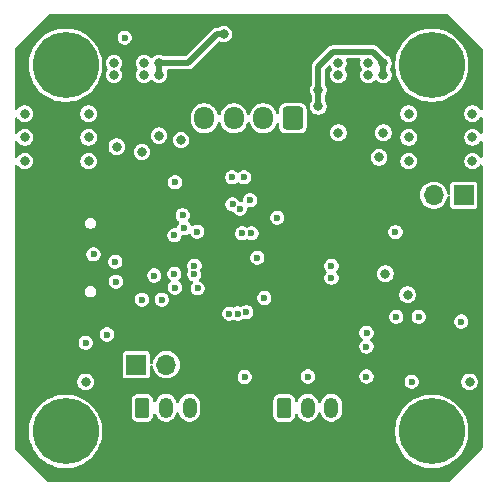
<source format=gbr>
%TF.GenerationSoftware,KiCad,Pcbnew,9.0.0*%
%TF.CreationDate,2025-02-22T01:50:20-08:00*%
%TF.ProjectId,Integrated FOC Stepper Driver,496e7465-6772-4617-9465-6420464f4320,rev?*%
%TF.SameCoordinates,Original*%
%TF.FileFunction,Copper,L5,Inr*%
%TF.FilePolarity,Positive*%
%FSLAX46Y46*%
G04 Gerber Fmt 4.6, Leading zero omitted, Abs format (unit mm)*
G04 Created by KiCad (PCBNEW 9.0.0) date 2025-02-22 01:50:20*
%MOMM*%
%LPD*%
G01*
G04 APERTURE LIST*
G04 Aperture macros list*
%AMRoundRect*
0 Rectangle with rounded corners*
0 $1 Rounding radius*
0 $2 $3 $4 $5 $6 $7 $8 $9 X,Y pos of 4 corners*
0 Add a 4 corners polygon primitive as box body*
4,1,4,$2,$3,$4,$5,$6,$7,$8,$9,$2,$3,0*
0 Add four circle primitives for the rounded corners*
1,1,$1+$1,$2,$3*
1,1,$1+$1,$4,$5*
1,1,$1+$1,$6,$7*
1,1,$1+$1,$8,$9*
0 Add four rect primitives between the rounded corners*
20,1,$1+$1,$2,$3,$4,$5,0*
20,1,$1+$1,$4,$5,$6,$7,0*
20,1,$1+$1,$6,$7,$8,$9,0*
20,1,$1+$1,$8,$9,$2,$3,0*%
G04 Aperture macros list end*
%TA.AperFunction,ComponentPad*%
%ADD10C,5.600000*%
%TD*%
%TA.AperFunction,ComponentPad*%
%ADD11R,1.700000X1.700000*%
%TD*%
%TA.AperFunction,ComponentPad*%
%ADD12O,1.700000X1.700000*%
%TD*%
%TA.AperFunction,HeatsinkPad*%
%ADD13O,2.100000X1.000000*%
%TD*%
%TA.AperFunction,HeatsinkPad*%
%ADD14O,1.800000X1.000000*%
%TD*%
%TA.AperFunction,ComponentPad*%
%ADD15C,0.600000*%
%TD*%
%TA.AperFunction,ComponentPad*%
%ADD16RoundRect,0.250000X-0.350000X-0.625000X0.350000X-0.625000X0.350000X0.625000X-0.350000X0.625000X0*%
%TD*%
%TA.AperFunction,ComponentPad*%
%ADD17O,1.200000X1.750000*%
%TD*%
%TA.AperFunction,ComponentPad*%
%ADD18RoundRect,0.250000X0.600000X0.725000X-0.600000X0.725000X-0.600000X-0.725000X0.600000X-0.725000X0*%
%TD*%
%TA.AperFunction,ComponentPad*%
%ADD19O,1.700000X1.950000*%
%TD*%
%TA.AperFunction,ViaPad*%
%ADD20C,0.600000*%
%TD*%
%TA.AperFunction,ViaPad*%
%ADD21C,0.800000*%
%TD*%
%TA.AperFunction,Conductor*%
%ADD22C,0.500000*%
%TD*%
G04 APERTURE END LIST*
D10*
%TO.N,N/C*%
%TO.C,H4*%
X34500000Y-65500000D03*
%TD*%
D11*
%TO.N,/CAN_H*%
%TO.C,J5*%
X40500000Y-59850000D03*
D12*
%TO.N,Net-(J5-Pin_2)*%
X43040000Y-59850000D03*
%TD*%
D11*
%TO.N,Net-(J2-Pin_1)*%
%TO.C,J2*%
X68210000Y-45500000D03*
D12*
%TO.N,Net-(J2-Pin_2)*%
X65670000Y-45500000D03*
%TO.N,GND*%
X63130000Y-45500000D03*
%TD*%
D13*
%TO.N,GND*%
%TO.C,J1*%
X37125000Y-46430000D03*
D14*
X32925000Y-46430000D03*
D13*
X37125000Y-55070000D03*
D14*
X32925000Y-55070000D03*
%TD*%
D15*
%TO.N,GND*%
%TO.C,U6*%
X57550000Y-38150000D03*
X58850000Y-38150000D03*
X60150000Y-38150000D03*
X61450000Y-38150000D03*
X57550000Y-36850000D03*
X58850000Y-36850000D03*
X60150000Y-36850000D03*
X61450000Y-36850000D03*
%TD*%
D10*
%TO.N,N/C*%
%TO.C,H2*%
X65500000Y-34500000D03*
%TD*%
D16*
%TO.N,VBUS*%
%TO.C,J4*%
X53000000Y-63500000D03*
D17*
%TO.N,/CAN_H*%
X55000000Y-63500000D03*
%TO.N,/CAN_L*%
X57000000Y-63500000D03*
%TO.N,GND*%
X59000000Y-63500000D03*
%TD*%
D15*
%TO.N,GND*%
%TO.C,U7*%
X38550000Y-38150000D03*
X39850000Y-38150000D03*
X41150000Y-38150000D03*
X42450000Y-38150000D03*
X38550000Y-36850000D03*
X39850000Y-36850000D03*
X41150000Y-36850000D03*
X42450000Y-36850000D03*
%TD*%
D16*
%TO.N,VBUS*%
%TO.C,J3*%
X41000000Y-63500000D03*
D17*
%TO.N,/CAN_H*%
X43000000Y-63500000D03*
%TO.N,/CAN_L*%
X45000000Y-63500000D03*
%TO.N,GND*%
X47000000Y-63500000D03*
%TD*%
D10*
%TO.N,N/C*%
%TO.C,H3*%
X65500000Y-65500000D03*
%TD*%
D18*
%TO.N,/A2*%
%TO.C,J6*%
X53750000Y-39000000D03*
D19*
%TO.N,/A1*%
X51250000Y-39000000D03*
%TO.N,/B2*%
X48750000Y-39000000D03*
%TO.N,/B1*%
X46250000Y-39000000D03*
%TD*%
D10*
%TO.N,N/C*%
%TO.C,H1*%
X34500000Y-34500000D03*
%TD*%
D20*
%TO.N,+3.3V*%
X45680000Y-53390000D03*
X50240000Y-48730000D03*
D21*
X61575000Y-52150000D03*
D20*
X45640000Y-48590000D03*
X40965000Y-54350000D03*
X42002500Y-52302500D03*
X62426567Y-48625219D03*
D21*
X61405000Y-40200000D03*
D20*
X43760000Y-44400000D03*
X48600000Y-43990000D03*
X49600000Y-43990000D03*
X44410000Y-47190000D03*
D21*
X42405000Y-40450000D03*
D20*
X51330000Y-54210000D03*
X52415000Y-47410000D03*
D21*
X61050000Y-42295000D03*
%TO.N,GND*%
X34550000Y-40600000D03*
D20*
X48000000Y-59350000D03*
D21*
X57360000Y-45800000D03*
X67050000Y-42600000D03*
X39865000Y-35300000D03*
D20*
X37300000Y-60350000D03*
X39681250Y-45237500D03*
X44660000Y-42700000D03*
D21*
X52800000Y-55100000D03*
X32950000Y-38600000D03*
X50050000Y-63450000D03*
D20*
X49000000Y-50800000D03*
D21*
X61575000Y-50250000D03*
X34550000Y-42600000D03*
X31650000Y-48350000D03*
X35200000Y-49600000D03*
X64900000Y-59625000D03*
X54794881Y-51375000D03*
X58865000Y-35300000D03*
X60150000Y-64850000D03*
X58865000Y-34300000D03*
D20*
X42675000Y-46425000D03*
D21*
X32950000Y-40600000D03*
X66150000Y-58400000D03*
D20*
X40995000Y-53350000D03*
D21*
X60125000Y-53030000D03*
X39865000Y-34300000D03*
D20*
X52000000Y-57650000D03*
X61410000Y-32330000D03*
D21*
X54980000Y-54025000D03*
X43300000Y-67650000D03*
D20*
X47000000Y-50800000D03*
D21*
X46300000Y-42850000D03*
X50100000Y-67450000D03*
X65450000Y-42600000D03*
X34550000Y-38600000D03*
D20*
X47000000Y-44020000D03*
D21*
X54600000Y-68350000D03*
X68000000Y-52000000D03*
D20*
X37725000Y-53950000D03*
D21*
X61161372Y-60134644D03*
X55575000Y-49065000D03*
D20*
X48000000Y-52000000D03*
X46480000Y-57460000D03*
D21*
X47300000Y-40750000D03*
X31300000Y-58000000D03*
X67050000Y-40600000D03*
D20*
X37725000Y-47550000D03*
X44443750Y-46031250D03*
D21*
X59100000Y-54900000D03*
X53180000Y-46570000D03*
X67050000Y-38600000D03*
X63800000Y-58000000D03*
X32950000Y-42600000D03*
D20*
X42260000Y-43260000D03*
D21*
X51937500Y-59950000D03*
D20*
X50000000Y-57675000D03*
D21*
X50150000Y-34150000D03*
D20*
X39775000Y-43250000D03*
X47000000Y-52000000D03*
D21*
X31750000Y-53500000D03*
X65450000Y-40600000D03*
D20*
X46490000Y-60390000D03*
X68325000Y-62925000D03*
X48000000Y-50800000D03*
X40741268Y-48858732D03*
D21*
X53050000Y-31450000D03*
X40850000Y-57050000D03*
X65450000Y-38600000D03*
X58450000Y-58000000D03*
X37900000Y-63950000D03*
D20*
X38550000Y-32160000D03*
D21*
X57700000Y-67000000D03*
D20*
X50600000Y-44020000D03*
D21*
X33750000Y-58050000D03*
D20*
%TO.N,+1V1*%
X50727492Y-50799999D03*
X45411254Y-51461254D03*
D21*
%TO.N,VBUS*%
X31050000Y-40600000D03*
X55900000Y-36575000D03*
X68950000Y-42600000D03*
X42405000Y-35300000D03*
X31050000Y-38600000D03*
X36450000Y-38600000D03*
D20*
X39510000Y-32160000D03*
D21*
X55900000Y-37975000D03*
X36450000Y-40600000D03*
X42405000Y-34300000D03*
X63550000Y-38600000D03*
X61405000Y-35300000D03*
X68950000Y-40600000D03*
X44275000Y-40825000D03*
X31050000Y-42600000D03*
X68950000Y-38600000D03*
X61405000Y-34300000D03*
X47900000Y-31860000D03*
X63550000Y-40600000D03*
X63550000Y-42600000D03*
X36450000Y-42600000D03*
D20*
%TO.N,/USB_D+*%
X57010000Y-51500000D03*
X36863907Y-50499999D03*
%TO.N,/USB_D-*%
X57010000Y-52500000D03*
X38713632Y-51138490D03*
D21*
%TO.N,/B2*%
X38595000Y-34300000D03*
X38595000Y-35300000D03*
%TO.N,/B1*%
X41135000Y-34300000D03*
X41135000Y-35300000D03*
%TO.N,/A2*%
X57595000Y-34300000D03*
X57595000Y-35300000D03*
%TO.N,/A1*%
X60135000Y-34300000D03*
X60135000Y-35300000D03*
D20*
%TO.N,/NEOPIXEL*%
X38000000Y-57300000D03*
X43702569Y-48901594D03*
%TO.N,/A_CURRENT*%
X48359527Y-55525811D03*
D21*
X40965748Y-41834252D03*
X57595000Y-40200000D03*
D20*
%TO.N,/B_CURRENT*%
X49084474Y-55516833D03*
D21*
X38835000Y-41390000D03*
D20*
%TO.N,+5V*%
X59975000Y-58315000D03*
D21*
X63450000Y-53925000D03*
X68700000Y-61300000D03*
X36200000Y-61300000D03*
D20*
%TO.N,/SCL*%
X48636962Y-46275513D03*
%TO.N,/MT6701_PUSH*%
X44562500Y-48275000D03*
%TO.N,/SDA*%
X49257757Y-46650001D03*
%TO.N,/CAN_TX*%
X49446758Y-48724999D03*
X59975000Y-60855000D03*
%TO.N,/CAN_S*%
X43755882Y-53325000D03*
X55025000Y-60855000D03*
%TO.N,/CAN_RX*%
X50125000Y-45919492D03*
X59980000Y-57150000D03*
%TO.N,/MT6701_ANALOG*%
X49800000Y-55400000D03*
%TO.N,/VUSB*%
X38771232Y-52828768D03*
X62500000Y-55800000D03*
%TO.N,Net-(D1-DOUT)*%
X63800000Y-61300000D03*
X36200000Y-58000000D03*
%TO.N,Net-(U3-VOUT)*%
X49662500Y-60900000D03*
X64400000Y-55800000D03*
%TO.N,Net-(J2-Pin_2)*%
X43713536Y-52163993D03*
%TO.N,Net-(J2-Pin_1)*%
X45401422Y-52199539D03*
%TO.N,Net-(U1-RUN)*%
X68000000Y-56200000D03*
X42650000Y-54350000D03*
%TD*%
D22*
%TO.N,VBUS*%
X47290000Y-31860000D02*
X44850000Y-34300000D01*
X60528503Y-33350000D02*
X57175000Y-33350000D01*
X61405000Y-35300000D02*
X61405000Y-34300000D01*
X55900000Y-34625000D02*
X55900000Y-36575000D01*
X61405000Y-34300000D02*
X61405000Y-34226497D01*
X61405000Y-34226497D02*
X60528503Y-33350000D01*
X42405000Y-34300000D02*
X42405000Y-35300000D01*
X55900000Y-36575000D02*
X55900000Y-37975000D01*
X47900000Y-31860000D02*
X47290000Y-31860000D01*
X44850000Y-34300000D02*
X42405000Y-34300000D01*
X57175000Y-33350000D02*
X55900000Y-34625000D01*
%TD*%
%TA.AperFunction,Conductor*%
%TO.N,GND*%
G36*
X66932627Y-30220185D02*
G01*
X66953269Y-30236819D01*
X69763181Y-33046731D01*
X69796666Y-33108054D01*
X69799500Y-33134412D01*
X69799500Y-38201725D01*
X69779815Y-38268764D01*
X69727011Y-38314519D01*
X69657853Y-38324463D01*
X69594297Y-38295438D01*
X69572398Y-38270616D01*
X69494114Y-38153458D01*
X69494111Y-38153454D01*
X69396545Y-38055888D01*
X69396541Y-38055885D01*
X69281817Y-37979228D01*
X69281804Y-37979221D01*
X69154332Y-37926421D01*
X69154322Y-37926418D01*
X69018995Y-37899500D01*
X69018993Y-37899500D01*
X68881007Y-37899500D01*
X68881005Y-37899500D01*
X68745677Y-37926418D01*
X68745667Y-37926421D01*
X68618195Y-37979221D01*
X68618182Y-37979228D01*
X68503458Y-38055885D01*
X68503454Y-38055888D01*
X68405888Y-38153454D01*
X68405885Y-38153458D01*
X68329228Y-38268182D01*
X68329221Y-38268195D01*
X68276421Y-38395667D01*
X68276418Y-38395677D01*
X68249500Y-38531004D01*
X68249500Y-38531007D01*
X68249500Y-38668993D01*
X68249500Y-38668995D01*
X68249499Y-38668995D01*
X68276418Y-38804322D01*
X68276421Y-38804332D01*
X68329221Y-38931804D01*
X68329228Y-38931817D01*
X68405885Y-39046541D01*
X68405888Y-39046545D01*
X68503454Y-39144111D01*
X68503458Y-39144114D01*
X68618182Y-39220771D01*
X68618195Y-39220778D01*
X68716571Y-39261526D01*
X68745672Y-39273580D01*
X68745676Y-39273580D01*
X68745677Y-39273581D01*
X68881004Y-39300500D01*
X68881007Y-39300500D01*
X69018995Y-39300500D01*
X69110041Y-39282389D01*
X69154328Y-39273580D01*
X69281811Y-39220775D01*
X69396542Y-39144114D01*
X69494114Y-39046542D01*
X69533553Y-38987516D01*
X69572398Y-38929383D01*
X69626010Y-38884578D01*
X69695335Y-38875871D01*
X69758363Y-38906026D01*
X69795082Y-38965469D01*
X69799500Y-38998274D01*
X69799500Y-40201725D01*
X69779815Y-40268764D01*
X69727011Y-40314519D01*
X69657853Y-40324463D01*
X69594297Y-40295438D01*
X69572398Y-40270616D01*
X69494114Y-40153458D01*
X69494111Y-40153454D01*
X69396545Y-40055888D01*
X69396541Y-40055885D01*
X69281817Y-39979228D01*
X69281804Y-39979221D01*
X69154332Y-39926421D01*
X69154322Y-39926418D01*
X69018995Y-39899500D01*
X69018993Y-39899500D01*
X68881007Y-39899500D01*
X68881005Y-39899500D01*
X68745677Y-39926418D01*
X68745667Y-39926421D01*
X68618195Y-39979221D01*
X68618182Y-39979228D01*
X68503458Y-40055885D01*
X68503454Y-40055888D01*
X68405888Y-40153454D01*
X68405885Y-40153458D01*
X68329228Y-40268182D01*
X68329221Y-40268195D01*
X68276421Y-40395667D01*
X68276418Y-40395677D01*
X68249500Y-40531004D01*
X68249500Y-40531007D01*
X68249500Y-40668993D01*
X68249500Y-40668995D01*
X68249499Y-40668995D01*
X68276418Y-40804322D01*
X68276421Y-40804332D01*
X68329221Y-40931804D01*
X68329228Y-40931817D01*
X68405885Y-41046541D01*
X68405888Y-41046545D01*
X68503454Y-41144111D01*
X68503458Y-41144114D01*
X68618182Y-41220771D01*
X68618195Y-41220778D01*
X68740749Y-41271541D01*
X68745672Y-41273580D01*
X68745676Y-41273580D01*
X68745677Y-41273581D01*
X68881004Y-41300500D01*
X68881007Y-41300500D01*
X69018995Y-41300500D01*
X69110041Y-41282389D01*
X69154328Y-41273580D01*
X69281811Y-41220775D01*
X69396542Y-41144114D01*
X69494114Y-41046542D01*
X69533553Y-40987516D01*
X69572398Y-40929383D01*
X69626010Y-40884578D01*
X69695335Y-40875871D01*
X69758363Y-40906026D01*
X69795082Y-40965469D01*
X69799500Y-40998274D01*
X69799500Y-42201725D01*
X69779815Y-42268764D01*
X69727011Y-42314519D01*
X69657853Y-42324463D01*
X69594297Y-42295438D01*
X69572398Y-42270616D01*
X69494114Y-42153458D01*
X69494111Y-42153454D01*
X69396545Y-42055888D01*
X69396541Y-42055885D01*
X69281817Y-41979228D01*
X69281804Y-41979221D01*
X69154332Y-41926421D01*
X69154322Y-41926418D01*
X69018995Y-41899500D01*
X69018993Y-41899500D01*
X68881007Y-41899500D01*
X68881005Y-41899500D01*
X68745677Y-41926418D01*
X68745667Y-41926421D01*
X68618195Y-41979221D01*
X68618182Y-41979228D01*
X68503458Y-42055885D01*
X68503454Y-42055888D01*
X68405888Y-42153454D01*
X68405885Y-42153458D01*
X68329228Y-42268182D01*
X68329221Y-42268195D01*
X68276421Y-42395667D01*
X68276418Y-42395677D01*
X68249500Y-42531004D01*
X68249500Y-42531007D01*
X68249500Y-42668993D01*
X68249500Y-42668995D01*
X68249499Y-42668995D01*
X68276418Y-42804322D01*
X68276421Y-42804332D01*
X68329221Y-42931804D01*
X68329228Y-42931817D01*
X68405885Y-43046541D01*
X68405888Y-43046545D01*
X68503454Y-43144111D01*
X68503458Y-43144114D01*
X68618182Y-43220771D01*
X68618195Y-43220778D01*
X68745667Y-43273578D01*
X68745672Y-43273580D01*
X68745676Y-43273580D01*
X68745677Y-43273581D01*
X68881004Y-43300500D01*
X68881007Y-43300500D01*
X69018995Y-43300500D01*
X69110041Y-43282389D01*
X69154328Y-43273580D01*
X69281811Y-43220775D01*
X69396542Y-43144114D01*
X69494114Y-43046542D01*
X69546208Y-42968578D01*
X69572398Y-42929383D01*
X69626010Y-42884578D01*
X69695335Y-42875871D01*
X69758363Y-42906026D01*
X69795082Y-42965469D01*
X69799500Y-42998274D01*
X69799500Y-66865588D01*
X69779815Y-66932627D01*
X69763181Y-66953269D01*
X66953269Y-69763181D01*
X66891946Y-69796666D01*
X66865588Y-69799500D01*
X33134412Y-69799500D01*
X33067373Y-69779815D01*
X33046731Y-69763181D01*
X30236819Y-66953269D01*
X30203334Y-66891946D01*
X30200500Y-66865588D01*
X30200500Y-65325875D01*
X31399500Y-65325875D01*
X31399500Y-65674124D01*
X31438489Y-66020158D01*
X31438491Y-66020170D01*
X31515982Y-66359684D01*
X31515985Y-66359692D01*
X31630999Y-66688382D01*
X31782092Y-67002130D01*
X31967371Y-67296999D01*
X31967372Y-67297001D01*
X32184487Y-67569256D01*
X32430743Y-67815512D01*
X32702998Y-68032627D01*
X32703001Y-68032628D01*
X32703003Y-68032630D01*
X32997867Y-68217906D01*
X33311621Y-68369002D01*
X33558488Y-68455384D01*
X33640307Y-68484014D01*
X33640315Y-68484017D01*
X33640318Y-68484017D01*
X33640319Y-68484018D01*
X33979829Y-68561509D01*
X34325876Y-68600499D01*
X34325877Y-68600500D01*
X34325880Y-68600500D01*
X34674123Y-68600500D01*
X34674123Y-68600499D01*
X35020171Y-68561509D01*
X35359681Y-68484018D01*
X35688379Y-68369002D01*
X36002133Y-68217906D01*
X36296997Y-68032630D01*
X36297001Y-68032627D01*
X36569256Y-67815512D01*
X36569258Y-67815509D01*
X36569263Y-67815506D01*
X36815506Y-67569263D01*
X37032630Y-67296997D01*
X37217906Y-67002133D01*
X37369002Y-66688379D01*
X37484018Y-66359681D01*
X37561509Y-66020171D01*
X37600500Y-65674120D01*
X37600500Y-65325880D01*
X37600499Y-65325875D01*
X62399500Y-65325875D01*
X62399500Y-65674124D01*
X62438489Y-66020158D01*
X62438491Y-66020170D01*
X62515982Y-66359684D01*
X62515985Y-66359692D01*
X62630999Y-66688382D01*
X62782092Y-67002130D01*
X62967371Y-67296999D01*
X62967372Y-67297001D01*
X63184487Y-67569256D01*
X63430743Y-67815512D01*
X63702998Y-68032627D01*
X63703001Y-68032628D01*
X63703003Y-68032630D01*
X63997867Y-68217906D01*
X64311621Y-68369002D01*
X64558488Y-68455384D01*
X64640307Y-68484014D01*
X64640315Y-68484017D01*
X64640318Y-68484017D01*
X64640319Y-68484018D01*
X64979829Y-68561509D01*
X65325876Y-68600499D01*
X65325877Y-68600500D01*
X65325880Y-68600500D01*
X65674123Y-68600500D01*
X65674123Y-68600499D01*
X66020171Y-68561509D01*
X66359681Y-68484018D01*
X66688379Y-68369002D01*
X67002133Y-68217906D01*
X67296997Y-68032630D01*
X67297001Y-68032627D01*
X67569256Y-67815512D01*
X67569258Y-67815509D01*
X67569263Y-67815506D01*
X67815506Y-67569263D01*
X68032630Y-67296997D01*
X68217906Y-67002133D01*
X68369002Y-66688379D01*
X68484018Y-66359681D01*
X68561509Y-66020171D01*
X68600500Y-65674120D01*
X68600500Y-65325880D01*
X68561509Y-64979829D01*
X68484018Y-64640319D01*
X68369002Y-64311621D01*
X68217906Y-63997867D01*
X68032630Y-63703003D01*
X68032628Y-63703000D01*
X68032627Y-63702998D01*
X67815512Y-63430743D01*
X67569256Y-63184487D01*
X67297001Y-62967372D01*
X67296999Y-62967371D01*
X67002130Y-62782092D01*
X66688382Y-62630999D01*
X66359692Y-62515985D01*
X66359684Y-62515982D01*
X66105048Y-62457863D01*
X66020171Y-62438491D01*
X66020167Y-62438490D01*
X66020158Y-62438489D01*
X65674124Y-62399500D01*
X65674120Y-62399500D01*
X65325880Y-62399500D01*
X65325875Y-62399500D01*
X64979841Y-62438489D01*
X64979829Y-62438491D01*
X64640315Y-62515982D01*
X64640307Y-62515985D01*
X64311617Y-62630999D01*
X63997869Y-62782092D01*
X63703000Y-62967371D01*
X63702998Y-62967372D01*
X63430743Y-63184487D01*
X63184487Y-63430743D01*
X62967372Y-63702998D01*
X62967371Y-63703000D01*
X62782092Y-63997869D01*
X62630999Y-64311617D01*
X62515985Y-64640307D01*
X62515982Y-64640315D01*
X62438491Y-64979829D01*
X62438489Y-64979841D01*
X62399500Y-65325875D01*
X37600499Y-65325875D01*
X37561509Y-64979829D01*
X37484018Y-64640319D01*
X37369002Y-64311621D01*
X37217906Y-63997867D01*
X37032630Y-63703003D01*
X37032628Y-63703000D01*
X37032627Y-63702998D01*
X36815512Y-63430743D01*
X36569256Y-63184487D01*
X36297001Y-62967372D01*
X36296999Y-62967371D01*
X36242594Y-62933186D01*
X36081396Y-62831898D01*
X40099500Y-62831898D01*
X40099500Y-64168102D01*
X40103516Y-64201541D01*
X40110122Y-64256561D01*
X40165639Y-64397343D01*
X40257077Y-64517922D01*
X40377656Y-64609360D01*
X40377657Y-64609360D01*
X40377658Y-64609361D01*
X40518436Y-64664877D01*
X40606898Y-64675500D01*
X40606903Y-64675500D01*
X41393097Y-64675500D01*
X41393102Y-64675500D01*
X41481564Y-64664877D01*
X41622342Y-64609361D01*
X41742922Y-64517922D01*
X41834361Y-64397342D01*
X41889877Y-64256564D01*
X41900500Y-64168102D01*
X41900500Y-64097080D01*
X41920185Y-64030041D01*
X41972989Y-63984286D01*
X42042147Y-63974342D01*
X42105703Y-64003367D01*
X42139061Y-64049628D01*
X42201983Y-64201541D01*
X42201990Y-64201553D01*
X42300535Y-64349034D01*
X42300538Y-64349038D01*
X42425961Y-64474461D01*
X42425965Y-64474464D01*
X42573446Y-64573009D01*
X42573459Y-64573016D01*
X42696363Y-64623923D01*
X42737334Y-64640894D01*
X42737336Y-64640894D01*
X42737341Y-64640896D01*
X42911304Y-64675499D01*
X42911307Y-64675500D01*
X42911309Y-64675500D01*
X43088693Y-64675500D01*
X43088694Y-64675499D01*
X43146682Y-64663964D01*
X43262658Y-64640896D01*
X43262661Y-64640894D01*
X43262666Y-64640894D01*
X43426547Y-64573013D01*
X43574035Y-64474464D01*
X43699464Y-64349035D01*
X43798013Y-64201547D01*
X43865894Y-64037666D01*
X43873811Y-63997869D01*
X43878383Y-63974882D01*
X43910768Y-63912971D01*
X43971483Y-63878397D01*
X44041253Y-63882136D01*
X44097925Y-63923003D01*
X44121617Y-63974882D01*
X44134103Y-64037658D01*
X44134106Y-64037667D01*
X44201983Y-64201540D01*
X44201990Y-64201553D01*
X44300535Y-64349034D01*
X44300538Y-64349038D01*
X44425961Y-64474461D01*
X44425965Y-64474464D01*
X44573446Y-64573009D01*
X44573459Y-64573016D01*
X44696363Y-64623923D01*
X44737334Y-64640894D01*
X44737336Y-64640894D01*
X44737341Y-64640896D01*
X44911304Y-64675499D01*
X44911307Y-64675500D01*
X44911309Y-64675500D01*
X45088693Y-64675500D01*
X45088694Y-64675499D01*
X45146682Y-64663964D01*
X45262658Y-64640896D01*
X45262661Y-64640894D01*
X45262666Y-64640894D01*
X45426547Y-64573013D01*
X45574035Y-64474464D01*
X45699464Y-64349035D01*
X45798013Y-64201547D01*
X45865894Y-64037666D01*
X45900500Y-63863691D01*
X45900500Y-63136309D01*
X45900500Y-63136306D01*
X45900499Y-63136304D01*
X45865896Y-62962341D01*
X45865893Y-62962332D01*
X45860939Y-62950371D01*
X45811866Y-62831898D01*
X52099500Y-62831898D01*
X52099500Y-64168102D01*
X52103516Y-64201541D01*
X52110122Y-64256561D01*
X52165639Y-64397343D01*
X52257077Y-64517922D01*
X52377656Y-64609360D01*
X52377657Y-64609360D01*
X52377658Y-64609361D01*
X52518436Y-64664877D01*
X52606898Y-64675500D01*
X52606903Y-64675500D01*
X53393097Y-64675500D01*
X53393102Y-64675500D01*
X53481564Y-64664877D01*
X53622342Y-64609361D01*
X53742922Y-64517922D01*
X53834361Y-64397342D01*
X53889877Y-64256564D01*
X53900500Y-64168102D01*
X53900500Y-64097080D01*
X53920185Y-64030041D01*
X53972989Y-63984286D01*
X54042147Y-63974342D01*
X54105703Y-64003367D01*
X54139061Y-64049628D01*
X54201983Y-64201541D01*
X54201990Y-64201553D01*
X54300535Y-64349034D01*
X54300538Y-64349038D01*
X54425961Y-64474461D01*
X54425965Y-64474464D01*
X54573446Y-64573009D01*
X54573459Y-64573016D01*
X54696363Y-64623923D01*
X54737334Y-64640894D01*
X54737336Y-64640894D01*
X54737341Y-64640896D01*
X54911304Y-64675499D01*
X54911307Y-64675500D01*
X54911309Y-64675500D01*
X55088693Y-64675500D01*
X55088694Y-64675499D01*
X55146682Y-64663964D01*
X55262658Y-64640896D01*
X55262661Y-64640894D01*
X55262666Y-64640894D01*
X55426547Y-64573013D01*
X55574035Y-64474464D01*
X55699464Y-64349035D01*
X55798013Y-64201547D01*
X55865894Y-64037666D01*
X55873811Y-63997869D01*
X55878383Y-63974882D01*
X55910768Y-63912971D01*
X55971483Y-63878397D01*
X56041253Y-63882136D01*
X56097925Y-63923003D01*
X56121617Y-63974882D01*
X56134103Y-64037658D01*
X56134106Y-64037667D01*
X56201983Y-64201540D01*
X56201990Y-64201553D01*
X56300535Y-64349034D01*
X56300538Y-64349038D01*
X56425961Y-64474461D01*
X56425965Y-64474464D01*
X56573446Y-64573009D01*
X56573459Y-64573016D01*
X56696363Y-64623923D01*
X56737334Y-64640894D01*
X56737336Y-64640894D01*
X56737341Y-64640896D01*
X56911304Y-64675499D01*
X56911307Y-64675500D01*
X56911309Y-64675500D01*
X57088693Y-64675500D01*
X57088694Y-64675499D01*
X57146682Y-64663964D01*
X57262658Y-64640896D01*
X57262661Y-64640894D01*
X57262666Y-64640894D01*
X57426547Y-64573013D01*
X57574035Y-64474464D01*
X57699464Y-64349035D01*
X57798013Y-64201547D01*
X57865894Y-64037666D01*
X57900500Y-63863691D01*
X57900500Y-63136309D01*
X57900500Y-63136306D01*
X57900499Y-63136304D01*
X57865896Y-62962341D01*
X57865893Y-62962332D01*
X57798016Y-62798459D01*
X57798009Y-62798446D01*
X57699464Y-62650965D01*
X57699461Y-62650961D01*
X57574038Y-62525538D01*
X57574034Y-62525535D01*
X57426553Y-62426990D01*
X57426540Y-62426983D01*
X57262667Y-62359106D01*
X57262658Y-62359103D01*
X57088694Y-62324500D01*
X57088691Y-62324500D01*
X56911309Y-62324500D01*
X56911306Y-62324500D01*
X56737341Y-62359103D01*
X56737332Y-62359106D01*
X56573459Y-62426983D01*
X56573446Y-62426990D01*
X56425965Y-62525535D01*
X56425961Y-62525538D01*
X56300538Y-62650961D01*
X56300535Y-62650965D01*
X56201990Y-62798446D01*
X56201983Y-62798459D01*
X56134106Y-62962332D01*
X56134104Y-62962340D01*
X56121617Y-63025118D01*
X56089232Y-63087028D01*
X56028516Y-63121603D01*
X55958747Y-63117863D01*
X55902075Y-63076996D01*
X55878383Y-63025118D01*
X55865895Y-62962340D01*
X55865894Y-62962334D01*
X55829986Y-62875643D01*
X55798016Y-62798459D01*
X55798009Y-62798446D01*
X55699464Y-62650965D01*
X55699461Y-62650961D01*
X55574038Y-62525538D01*
X55574034Y-62525535D01*
X55426553Y-62426990D01*
X55426540Y-62426983D01*
X55262667Y-62359106D01*
X55262658Y-62359103D01*
X55088694Y-62324500D01*
X55088691Y-62324500D01*
X54911309Y-62324500D01*
X54911306Y-62324500D01*
X54737341Y-62359103D01*
X54737332Y-62359106D01*
X54573459Y-62426983D01*
X54573446Y-62426990D01*
X54425965Y-62525535D01*
X54425961Y-62525538D01*
X54300538Y-62650961D01*
X54300535Y-62650965D01*
X54201990Y-62798446D01*
X54201983Y-62798459D01*
X54139061Y-62950371D01*
X54095221Y-63004775D01*
X54028927Y-63026840D01*
X53961227Y-63009561D01*
X53913616Y-62958424D01*
X53900500Y-62902919D01*
X53900500Y-62831903D01*
X53900500Y-62831898D01*
X53889877Y-62743436D01*
X53834361Y-62602658D01*
X53834360Y-62602657D01*
X53834360Y-62602656D01*
X53742922Y-62482077D01*
X53622343Y-62390639D01*
X53481561Y-62335122D01*
X53435926Y-62329642D01*
X53393102Y-62324500D01*
X52606898Y-62324500D01*
X52567853Y-62329188D01*
X52518438Y-62335122D01*
X52377656Y-62390639D01*
X52257077Y-62482077D01*
X52165639Y-62602656D01*
X52110122Y-62743438D01*
X52105481Y-62782092D01*
X52099500Y-62831898D01*
X45811866Y-62831898D01*
X45798013Y-62798453D01*
X45798009Y-62798446D01*
X45699464Y-62650965D01*
X45699461Y-62650961D01*
X45574038Y-62525538D01*
X45574034Y-62525535D01*
X45426553Y-62426990D01*
X45426540Y-62426983D01*
X45262667Y-62359106D01*
X45262658Y-62359103D01*
X45088694Y-62324500D01*
X45088691Y-62324500D01*
X44911309Y-62324500D01*
X44911306Y-62324500D01*
X44737341Y-62359103D01*
X44737332Y-62359106D01*
X44573459Y-62426983D01*
X44573446Y-62426990D01*
X44425965Y-62525535D01*
X44425961Y-62525538D01*
X44300538Y-62650961D01*
X44300535Y-62650965D01*
X44201990Y-62798446D01*
X44201983Y-62798459D01*
X44134106Y-62962332D01*
X44134104Y-62962340D01*
X44121617Y-63025118D01*
X44089232Y-63087028D01*
X44028516Y-63121603D01*
X43958747Y-63117863D01*
X43902075Y-63076996D01*
X43878383Y-63025118D01*
X43865895Y-62962340D01*
X43865894Y-62962334D01*
X43829986Y-62875643D01*
X43798016Y-62798459D01*
X43798009Y-62798446D01*
X43699464Y-62650965D01*
X43699461Y-62650961D01*
X43574038Y-62525538D01*
X43574034Y-62525535D01*
X43426553Y-62426990D01*
X43426540Y-62426983D01*
X43262667Y-62359106D01*
X43262658Y-62359103D01*
X43088694Y-62324500D01*
X43088691Y-62324500D01*
X42911309Y-62324500D01*
X42911306Y-62324500D01*
X42737341Y-62359103D01*
X42737332Y-62359106D01*
X42573459Y-62426983D01*
X42573446Y-62426990D01*
X42425965Y-62525535D01*
X42425961Y-62525538D01*
X42300538Y-62650961D01*
X42300535Y-62650965D01*
X42201990Y-62798446D01*
X42201983Y-62798459D01*
X42139061Y-62950371D01*
X42095221Y-63004775D01*
X42028927Y-63026840D01*
X41961227Y-63009561D01*
X41913616Y-62958424D01*
X41900500Y-62902919D01*
X41900500Y-62831903D01*
X41900500Y-62831898D01*
X41889877Y-62743436D01*
X41834361Y-62602658D01*
X41834360Y-62602657D01*
X41834360Y-62602656D01*
X41742922Y-62482077D01*
X41622343Y-62390639D01*
X41481561Y-62335122D01*
X41435926Y-62329642D01*
X41393102Y-62324500D01*
X40606898Y-62324500D01*
X40567853Y-62329188D01*
X40518438Y-62335122D01*
X40377656Y-62390639D01*
X40257077Y-62482077D01*
X40165639Y-62602656D01*
X40110122Y-62743438D01*
X40105481Y-62782092D01*
X40099500Y-62831898D01*
X36081396Y-62831898D01*
X36002130Y-62782092D01*
X35688382Y-62630999D01*
X35359692Y-62515985D01*
X35359684Y-62515982D01*
X35105048Y-62457863D01*
X35020171Y-62438491D01*
X35020167Y-62438490D01*
X35020158Y-62438489D01*
X34674124Y-62399500D01*
X34674120Y-62399500D01*
X34325880Y-62399500D01*
X34325875Y-62399500D01*
X33979841Y-62438489D01*
X33979829Y-62438491D01*
X33640315Y-62515982D01*
X33640307Y-62515985D01*
X33311617Y-62630999D01*
X32997869Y-62782092D01*
X32703000Y-62967371D01*
X32702998Y-62967372D01*
X32430743Y-63184487D01*
X32184487Y-63430743D01*
X31967372Y-63702998D01*
X31967371Y-63703000D01*
X31782092Y-63997869D01*
X31630999Y-64311617D01*
X31515985Y-64640307D01*
X31515982Y-64640315D01*
X31438491Y-64979829D01*
X31438489Y-64979841D01*
X31399500Y-65325875D01*
X30200500Y-65325875D01*
X30200500Y-61368995D01*
X35499499Y-61368995D01*
X35526418Y-61504322D01*
X35526421Y-61504332D01*
X35579221Y-61631804D01*
X35579228Y-61631817D01*
X35655885Y-61746541D01*
X35655888Y-61746545D01*
X35753454Y-61844111D01*
X35753458Y-61844114D01*
X35868182Y-61920771D01*
X35868195Y-61920778D01*
X35995667Y-61973578D01*
X35995672Y-61973580D01*
X35995676Y-61973580D01*
X35995677Y-61973581D01*
X36131004Y-62000500D01*
X36131007Y-62000500D01*
X36268995Y-62000500D01*
X36360041Y-61982389D01*
X36404328Y-61973580D01*
X36531811Y-61920775D01*
X36646542Y-61844114D01*
X36744114Y-61746542D01*
X36820775Y-61631811D01*
X36873580Y-61504328D01*
X36891434Y-61414573D01*
X36900500Y-61368995D01*
X36900500Y-61231004D01*
X36873581Y-61095677D01*
X36873580Y-61095676D01*
X36873580Y-61095672D01*
X36869901Y-61086790D01*
X36820778Y-60968195D01*
X36820771Y-60968182D01*
X36744114Y-60853458D01*
X36744111Y-60853454D01*
X36646545Y-60755888D01*
X36646541Y-60755885D01*
X36531817Y-60679228D01*
X36531804Y-60679221D01*
X36404332Y-60626421D01*
X36404322Y-60626418D01*
X36268995Y-60599500D01*
X36268993Y-60599500D01*
X36131007Y-60599500D01*
X36131005Y-60599500D01*
X35995677Y-60626418D01*
X35995667Y-60626421D01*
X35868195Y-60679221D01*
X35868182Y-60679228D01*
X35753458Y-60755885D01*
X35753454Y-60755888D01*
X35655888Y-60853454D01*
X35655885Y-60853458D01*
X35579228Y-60968182D01*
X35579221Y-60968195D01*
X35526421Y-61095667D01*
X35526418Y-61095677D01*
X35499500Y-61231004D01*
X35499500Y-61231007D01*
X35499500Y-61368993D01*
X35499500Y-61368995D01*
X35499499Y-61368995D01*
X30200500Y-61368995D01*
X30200500Y-58955131D01*
X39349500Y-58955131D01*
X39349500Y-60744856D01*
X39349502Y-60744882D01*
X39352413Y-60769987D01*
X39352415Y-60769991D01*
X39397793Y-60872764D01*
X39397794Y-60872765D01*
X39477235Y-60952206D01*
X39580009Y-60997585D01*
X39605135Y-61000500D01*
X41394864Y-61000499D01*
X41394879Y-61000497D01*
X41394882Y-61000497D01*
X41419987Y-60997586D01*
X41419988Y-60997585D01*
X41419991Y-60997585D01*
X41522765Y-60952206D01*
X41602206Y-60872765D01*
X41647585Y-60769991D01*
X41650500Y-60744865D01*
X41650499Y-60007125D01*
X41670183Y-59940089D01*
X41722987Y-59894334D01*
X41792146Y-59884390D01*
X41855702Y-59913415D01*
X41893476Y-59972193D01*
X41896972Y-59987729D01*
X41917829Y-60119410D01*
X41973787Y-60291636D01*
X41973788Y-60291639D01*
X42056006Y-60452997D01*
X42162441Y-60599494D01*
X42162445Y-60599499D01*
X42290500Y-60727554D01*
X42290505Y-60727558D01*
X42357102Y-60775943D01*
X42437006Y-60833996D01*
X42513094Y-60872765D01*
X42598360Y-60916211D01*
X42598363Y-60916212D01*
X42644770Y-60931290D01*
X42770591Y-60972171D01*
X42853429Y-60985291D01*
X42949449Y-61000500D01*
X42949454Y-61000500D01*
X43130551Y-61000500D01*
X43217259Y-60986765D01*
X43309409Y-60972171D01*
X43481639Y-60916211D01*
X43642994Y-60833996D01*
X43660960Y-60820943D01*
X49062000Y-60820943D01*
X49062000Y-60979057D01*
X49093246Y-61095667D01*
X49102923Y-61131783D01*
X49102926Y-61131790D01*
X49181975Y-61268709D01*
X49181979Y-61268714D01*
X49181980Y-61268716D01*
X49293784Y-61380520D01*
X49293786Y-61380521D01*
X49293790Y-61380524D01*
X49423653Y-61455499D01*
X49430716Y-61459577D01*
X49583443Y-61500500D01*
X49583445Y-61500500D01*
X49741555Y-61500500D01*
X49741557Y-61500500D01*
X49894284Y-61459577D01*
X50031216Y-61380520D01*
X50143020Y-61268716D01*
X50222077Y-61131784D01*
X50263000Y-60979057D01*
X50263000Y-60820943D01*
X50250942Y-60775943D01*
X54424500Y-60775943D01*
X54424500Y-60934057D01*
X54442304Y-61000500D01*
X54465423Y-61086783D01*
X54465426Y-61086790D01*
X54544475Y-61223709D01*
X54544479Y-61223714D01*
X54544480Y-61223716D01*
X54656284Y-61335520D01*
X54656286Y-61335521D01*
X54656290Y-61335524D01*
X54793209Y-61414573D01*
X54793216Y-61414577D01*
X54945943Y-61455500D01*
X54945945Y-61455500D01*
X55104055Y-61455500D01*
X55104057Y-61455500D01*
X55256784Y-61414577D01*
X55393716Y-61335520D01*
X55505520Y-61223716D01*
X55584577Y-61086784D01*
X55625500Y-60934057D01*
X55625500Y-60775943D01*
X59374500Y-60775943D01*
X59374500Y-60934057D01*
X59392304Y-61000500D01*
X59415423Y-61086783D01*
X59415426Y-61086790D01*
X59494475Y-61223709D01*
X59494479Y-61223714D01*
X59494480Y-61223716D01*
X59606284Y-61335520D01*
X59606286Y-61335521D01*
X59606290Y-61335524D01*
X59743209Y-61414573D01*
X59743216Y-61414577D01*
X59895943Y-61455500D01*
X59895945Y-61455500D01*
X60054055Y-61455500D01*
X60054057Y-61455500D01*
X60206784Y-61414577D01*
X60343716Y-61335520D01*
X60455520Y-61223716D01*
X60457121Y-61220943D01*
X63199500Y-61220943D01*
X63199500Y-61379057D01*
X63233068Y-61504332D01*
X63240423Y-61531783D01*
X63240426Y-61531790D01*
X63319475Y-61668709D01*
X63319479Y-61668714D01*
X63319480Y-61668716D01*
X63431284Y-61780520D01*
X63431286Y-61780521D01*
X63431290Y-61780524D01*
X63541428Y-61844111D01*
X63568216Y-61859577D01*
X63720943Y-61900500D01*
X63720945Y-61900500D01*
X63879055Y-61900500D01*
X63879057Y-61900500D01*
X64031784Y-61859577D01*
X64168716Y-61780520D01*
X64280520Y-61668716D01*
X64359577Y-61531784D01*
X64400500Y-61379057D01*
X64400500Y-61368995D01*
X67999499Y-61368995D01*
X68026418Y-61504322D01*
X68026421Y-61504332D01*
X68079221Y-61631804D01*
X68079228Y-61631817D01*
X68155885Y-61746541D01*
X68155888Y-61746545D01*
X68253454Y-61844111D01*
X68253458Y-61844114D01*
X68368182Y-61920771D01*
X68368195Y-61920778D01*
X68495667Y-61973578D01*
X68495672Y-61973580D01*
X68495676Y-61973580D01*
X68495677Y-61973581D01*
X68631004Y-62000500D01*
X68631007Y-62000500D01*
X68768995Y-62000500D01*
X68860041Y-61982389D01*
X68904328Y-61973580D01*
X69031811Y-61920775D01*
X69146542Y-61844114D01*
X69244114Y-61746542D01*
X69320775Y-61631811D01*
X69373580Y-61504328D01*
X69391434Y-61414573D01*
X69400500Y-61368995D01*
X69400500Y-61231004D01*
X69373581Y-61095677D01*
X69373580Y-61095676D01*
X69373580Y-61095672D01*
X69369901Y-61086790D01*
X69320778Y-60968195D01*
X69320771Y-60968182D01*
X69244114Y-60853458D01*
X69244111Y-60853454D01*
X69146545Y-60755888D01*
X69146541Y-60755885D01*
X69031817Y-60679228D01*
X69031804Y-60679221D01*
X68904332Y-60626421D01*
X68904322Y-60626418D01*
X68768995Y-60599500D01*
X68768993Y-60599500D01*
X68631007Y-60599500D01*
X68631005Y-60599500D01*
X68495677Y-60626418D01*
X68495667Y-60626421D01*
X68368195Y-60679221D01*
X68368182Y-60679228D01*
X68253458Y-60755885D01*
X68253454Y-60755888D01*
X68155888Y-60853454D01*
X68155885Y-60853458D01*
X68079228Y-60968182D01*
X68079221Y-60968195D01*
X68026421Y-61095667D01*
X68026418Y-61095677D01*
X67999500Y-61231004D01*
X67999500Y-61231007D01*
X67999500Y-61368993D01*
X67999500Y-61368995D01*
X67999499Y-61368995D01*
X64400500Y-61368995D01*
X64400500Y-61220943D01*
X64359577Y-61068216D01*
X64308101Y-60979056D01*
X64280524Y-60931290D01*
X64280518Y-60931282D01*
X64168717Y-60819481D01*
X64168709Y-60819475D01*
X64031790Y-60740426D01*
X64031786Y-60740424D01*
X64031784Y-60740423D01*
X63879057Y-60699500D01*
X63720943Y-60699500D01*
X63568216Y-60740423D01*
X63568209Y-60740426D01*
X63431290Y-60819475D01*
X63431282Y-60819481D01*
X63319481Y-60931282D01*
X63319475Y-60931290D01*
X63240426Y-61068209D01*
X63240423Y-61068216D01*
X63199500Y-61220943D01*
X60457121Y-61220943D01*
X60470630Y-61197543D01*
X60497609Y-61150816D01*
X60510763Y-61128029D01*
X60534577Y-61086784D01*
X60575500Y-60934057D01*
X60575500Y-60775943D01*
X60534577Y-60623216D01*
X60481501Y-60531284D01*
X60455524Y-60486290D01*
X60455518Y-60486282D01*
X60343717Y-60374481D01*
X60343709Y-60374475D01*
X60206790Y-60295426D01*
X60206786Y-60295424D01*
X60206784Y-60295423D01*
X60054057Y-60254500D01*
X59895943Y-60254500D01*
X59743216Y-60295423D01*
X59743209Y-60295426D01*
X59606290Y-60374475D01*
X59606282Y-60374481D01*
X59494481Y-60486282D01*
X59494475Y-60486290D01*
X59415426Y-60623209D01*
X59415423Y-60623216D01*
X59374500Y-60775943D01*
X55625500Y-60775943D01*
X55584577Y-60623216D01*
X55531501Y-60531284D01*
X55505524Y-60486290D01*
X55505518Y-60486282D01*
X55393717Y-60374481D01*
X55393709Y-60374475D01*
X55256790Y-60295426D01*
X55256786Y-60295424D01*
X55256784Y-60295423D01*
X55104057Y-60254500D01*
X54945943Y-60254500D01*
X54793216Y-60295423D01*
X54793209Y-60295426D01*
X54656290Y-60374475D01*
X54656282Y-60374481D01*
X54544481Y-60486282D01*
X54544475Y-60486290D01*
X54465426Y-60623209D01*
X54465423Y-60623216D01*
X54424500Y-60775943D01*
X50250942Y-60775943D01*
X50222077Y-60668216D01*
X50197945Y-60626418D01*
X50143024Y-60531290D01*
X50143018Y-60531282D01*
X50031217Y-60419481D01*
X50031209Y-60419475D01*
X49894290Y-60340426D01*
X49894286Y-60340424D01*
X49894284Y-60340423D01*
X49741557Y-60299500D01*
X49583443Y-60299500D01*
X49430716Y-60340423D01*
X49430709Y-60340426D01*
X49293790Y-60419475D01*
X49293782Y-60419481D01*
X49181981Y-60531282D01*
X49181975Y-60531290D01*
X49102926Y-60668209D01*
X49102924Y-60668214D01*
X49102923Y-60668216D01*
X49062000Y-60820943D01*
X43660960Y-60820943D01*
X43789501Y-60727553D01*
X43917553Y-60599501D01*
X44023996Y-60452994D01*
X44106211Y-60291639D01*
X44162171Y-60119409D01*
X44176765Y-60027259D01*
X44190500Y-59940551D01*
X44190500Y-59759448D01*
X44174019Y-59655397D01*
X44162171Y-59580591D01*
X44106211Y-59408361D01*
X44106211Y-59408360D01*
X44077740Y-59352484D01*
X44023996Y-59247006D01*
X44010396Y-59228287D01*
X43917558Y-59100505D01*
X43917554Y-59100500D01*
X43789499Y-58972445D01*
X43789494Y-58972441D01*
X43642997Y-58866006D01*
X43642996Y-58866005D01*
X43642994Y-58866004D01*
X43566906Y-58827235D01*
X43481639Y-58783788D01*
X43481636Y-58783787D01*
X43309410Y-58727829D01*
X43130551Y-58699500D01*
X43130546Y-58699500D01*
X42949454Y-58699500D01*
X42949449Y-58699500D01*
X42770589Y-58727829D01*
X42598363Y-58783787D01*
X42598360Y-58783788D01*
X42437002Y-58866006D01*
X42290505Y-58972441D01*
X42290500Y-58972445D01*
X42162445Y-59100500D01*
X42162441Y-59100505D01*
X42056006Y-59247002D01*
X41973788Y-59408360D01*
X41973787Y-59408363D01*
X41917829Y-59580589D01*
X41896972Y-59712271D01*
X41867042Y-59775405D01*
X41807731Y-59812336D01*
X41737868Y-59811338D01*
X41679636Y-59772728D01*
X41651522Y-59708764D01*
X41650499Y-59692872D01*
X41650499Y-58955143D01*
X41650499Y-58955136D01*
X41650497Y-58955117D01*
X41647586Y-58930012D01*
X41647585Y-58930010D01*
X41647585Y-58930009D01*
X41602206Y-58827235D01*
X41522765Y-58747794D01*
X41522763Y-58747793D01*
X41419992Y-58702415D01*
X41394865Y-58699500D01*
X39605143Y-58699500D01*
X39605117Y-58699502D01*
X39580012Y-58702413D01*
X39580008Y-58702415D01*
X39477235Y-58747793D01*
X39397794Y-58827234D01*
X39352415Y-58930006D01*
X39352415Y-58930008D01*
X39349500Y-58955131D01*
X30200500Y-58955131D01*
X30200500Y-57920943D01*
X35599500Y-57920943D01*
X35599500Y-58079057D01*
X35630761Y-58195722D01*
X35640423Y-58231783D01*
X35640426Y-58231790D01*
X35719475Y-58368709D01*
X35719479Y-58368714D01*
X35719480Y-58368716D01*
X35831284Y-58480520D01*
X35831286Y-58480521D01*
X35831290Y-58480524D01*
X35946068Y-58546790D01*
X35968216Y-58559577D01*
X36120943Y-58600500D01*
X36120945Y-58600500D01*
X36279055Y-58600500D01*
X36279057Y-58600500D01*
X36431784Y-58559577D01*
X36568716Y-58480520D01*
X36680520Y-58368716D01*
X36757176Y-58235943D01*
X59374500Y-58235943D01*
X59374500Y-58394056D01*
X59415423Y-58546783D01*
X59415426Y-58546790D01*
X59494475Y-58683709D01*
X59494479Y-58683714D01*
X59494480Y-58683716D01*
X59606284Y-58795520D01*
X59606286Y-58795521D01*
X59606290Y-58795524D01*
X59661216Y-58827235D01*
X59743216Y-58874577D01*
X59895943Y-58915500D01*
X59895945Y-58915500D01*
X60054055Y-58915500D01*
X60054057Y-58915500D01*
X60206784Y-58874577D01*
X60343716Y-58795520D01*
X60455520Y-58683716D01*
X60534577Y-58546784D01*
X60575500Y-58394057D01*
X60575500Y-58235943D01*
X60534577Y-58083216D01*
X60532174Y-58079054D01*
X60455524Y-57946290D01*
X60455518Y-57946282D01*
X60343715Y-57834479D01*
X60341412Y-57832712D01*
X60339961Y-57830725D01*
X60337969Y-57828733D01*
X60338279Y-57828422D01*
X60300209Y-57776284D01*
X60296055Y-57706538D01*
X60330268Y-57645618D01*
X60342779Y-57636140D01*
X60342265Y-57635470D01*
X60348709Y-57630523D01*
X60348716Y-57630520D01*
X60460520Y-57518716D01*
X60539577Y-57381784D01*
X60580500Y-57229057D01*
X60580500Y-57070943D01*
X60539577Y-56918216D01*
X60482573Y-56819481D01*
X60460524Y-56781290D01*
X60460518Y-56781282D01*
X60348717Y-56669481D01*
X60348709Y-56669475D01*
X60211790Y-56590426D01*
X60211786Y-56590424D01*
X60211784Y-56590423D01*
X60059057Y-56549500D01*
X59900943Y-56549500D01*
X59748216Y-56590423D01*
X59748209Y-56590426D01*
X59611290Y-56669475D01*
X59611282Y-56669481D01*
X59499481Y-56781282D01*
X59499475Y-56781290D01*
X59420426Y-56918209D01*
X59420423Y-56918216D01*
X59379500Y-57070943D01*
X59379500Y-57229057D01*
X59419693Y-57379057D01*
X59420423Y-57381783D01*
X59420426Y-57381790D01*
X59499475Y-57518709D01*
X59499479Y-57518714D01*
X59499480Y-57518716D01*
X59611284Y-57630520D01*
X59611286Y-57630521D01*
X59613586Y-57632286D01*
X59615036Y-57634272D01*
X59617031Y-57636267D01*
X59616720Y-57636577D01*
X59654789Y-57688713D01*
X59658944Y-57758459D01*
X59624732Y-57819380D01*
X59612226Y-57828866D01*
X59612735Y-57829530D01*
X59606282Y-57834481D01*
X59494481Y-57946282D01*
X59494475Y-57946290D01*
X59415426Y-58083209D01*
X59415423Y-58083216D01*
X59374500Y-58235943D01*
X36757176Y-58235943D01*
X36759577Y-58231784D01*
X36800500Y-58079057D01*
X36800500Y-57920943D01*
X36759577Y-57768216D01*
X36723968Y-57706538D01*
X36680524Y-57631290D01*
X36680518Y-57631282D01*
X36568717Y-57519481D01*
X36568709Y-57519475D01*
X36431790Y-57440426D01*
X36431786Y-57440424D01*
X36431784Y-57440423D01*
X36279057Y-57399500D01*
X36120943Y-57399500D01*
X35968216Y-57440423D01*
X35968209Y-57440426D01*
X35831290Y-57519475D01*
X35831282Y-57519481D01*
X35719481Y-57631282D01*
X35719475Y-57631290D01*
X35640426Y-57768209D01*
X35640423Y-57768216D01*
X35599500Y-57920943D01*
X30200500Y-57920943D01*
X30200500Y-57220943D01*
X37399500Y-57220943D01*
X37399500Y-57379057D01*
X37437127Y-57519481D01*
X37440423Y-57531783D01*
X37440426Y-57531790D01*
X37519475Y-57668709D01*
X37519479Y-57668714D01*
X37519480Y-57668716D01*
X37631284Y-57780520D01*
X37631286Y-57780521D01*
X37631290Y-57780524D01*
X37724746Y-57834480D01*
X37768216Y-57859577D01*
X37920943Y-57900500D01*
X37920945Y-57900500D01*
X38079055Y-57900500D01*
X38079057Y-57900500D01*
X38231784Y-57859577D01*
X38368716Y-57780520D01*
X38480520Y-57668716D01*
X38559577Y-57531784D01*
X38600500Y-57379057D01*
X38600500Y-57220943D01*
X38559577Y-57068216D01*
X38559573Y-57068209D01*
X38480524Y-56931290D01*
X38480518Y-56931282D01*
X38368717Y-56819481D01*
X38368709Y-56819475D01*
X38231790Y-56740426D01*
X38231786Y-56740424D01*
X38231784Y-56740423D01*
X38079057Y-56699500D01*
X37920943Y-56699500D01*
X37768216Y-56740423D01*
X37768209Y-56740426D01*
X37631290Y-56819475D01*
X37631282Y-56819481D01*
X37519481Y-56931282D01*
X37519475Y-56931290D01*
X37440426Y-57068209D01*
X37440423Y-57068216D01*
X37399500Y-57220943D01*
X30200500Y-57220943D01*
X30200500Y-55446754D01*
X47759027Y-55446754D01*
X47759027Y-55604868D01*
X47789738Y-55719481D01*
X47799950Y-55757594D01*
X47799953Y-55757601D01*
X47879002Y-55894520D01*
X47879006Y-55894525D01*
X47879007Y-55894527D01*
X47990811Y-56006331D01*
X47990813Y-56006332D01*
X47990817Y-56006335D01*
X48127736Y-56085384D01*
X48127743Y-56085388D01*
X48280470Y-56126311D01*
X48280472Y-56126311D01*
X48438582Y-56126311D01*
X48438584Y-56126311D01*
X48591311Y-56085388D01*
X48667776Y-56041240D01*
X48735676Y-56024768D01*
X48791774Y-56041240D01*
X48852690Y-56076410D01*
X49005417Y-56117333D01*
X49005419Y-56117333D01*
X49163529Y-56117333D01*
X49163531Y-56117333D01*
X49316258Y-56076410D01*
X49453190Y-55997353D01*
X49456663Y-55993880D01*
X49517984Y-55960391D01*
X49576441Y-55961780D01*
X49720943Y-56000500D01*
X49720945Y-56000500D01*
X49879055Y-56000500D01*
X49879057Y-56000500D01*
X50031784Y-55959577D01*
X50168716Y-55880520D01*
X50280520Y-55768716D01*
X50308102Y-55720943D01*
X61899500Y-55720943D01*
X61899500Y-55879057D01*
X61933603Y-56006329D01*
X61940423Y-56031783D01*
X61940426Y-56031790D01*
X62019475Y-56168709D01*
X62019479Y-56168714D01*
X62019480Y-56168716D01*
X62131284Y-56280520D01*
X62131286Y-56280521D01*
X62131290Y-56280524D01*
X62268209Y-56359573D01*
X62268216Y-56359577D01*
X62420943Y-56400500D01*
X62420945Y-56400500D01*
X62579055Y-56400500D01*
X62579057Y-56400500D01*
X62731784Y-56359577D01*
X62868716Y-56280520D01*
X62980520Y-56168716D01*
X63059577Y-56031784D01*
X63100500Y-55879057D01*
X63100500Y-55720943D01*
X63799500Y-55720943D01*
X63799500Y-55879057D01*
X63833603Y-56006329D01*
X63840423Y-56031783D01*
X63840426Y-56031790D01*
X63919475Y-56168709D01*
X63919479Y-56168714D01*
X63919480Y-56168716D01*
X64031284Y-56280520D01*
X64031286Y-56280521D01*
X64031290Y-56280524D01*
X64168209Y-56359573D01*
X64168216Y-56359577D01*
X64320943Y-56400500D01*
X64320945Y-56400500D01*
X64479055Y-56400500D01*
X64479057Y-56400500D01*
X64631784Y-56359577D01*
X64768716Y-56280520D01*
X64880520Y-56168716D01*
X64908102Y-56120943D01*
X67399500Y-56120943D01*
X67399500Y-56279057D01*
X67432041Y-56400500D01*
X67440423Y-56431783D01*
X67440426Y-56431790D01*
X67519475Y-56568709D01*
X67519479Y-56568714D01*
X67519480Y-56568716D01*
X67631284Y-56680520D01*
X67631286Y-56680521D01*
X67631290Y-56680524D01*
X67735040Y-56740423D01*
X67768216Y-56759577D01*
X67920943Y-56800500D01*
X67920945Y-56800500D01*
X68079055Y-56800500D01*
X68079057Y-56800500D01*
X68231784Y-56759577D01*
X68368716Y-56680520D01*
X68480520Y-56568716D01*
X68559577Y-56431784D01*
X68600500Y-56279057D01*
X68600500Y-56120943D01*
X68559577Y-55968216D01*
X68517029Y-55894520D01*
X68480524Y-55831290D01*
X68480518Y-55831282D01*
X68368717Y-55719481D01*
X68368709Y-55719475D01*
X68231790Y-55640426D01*
X68231786Y-55640424D01*
X68231784Y-55640423D01*
X68079057Y-55599500D01*
X67920943Y-55599500D01*
X67768216Y-55640423D01*
X67768209Y-55640426D01*
X67631290Y-55719475D01*
X67631282Y-55719481D01*
X67519481Y-55831282D01*
X67519475Y-55831290D01*
X67440426Y-55968209D01*
X67440423Y-55968216D01*
X67399500Y-56120943D01*
X64908102Y-56120943D01*
X64959577Y-56031784D01*
X65000500Y-55879057D01*
X65000500Y-55720943D01*
X64959577Y-55568216D01*
X64908101Y-55479056D01*
X64880524Y-55431290D01*
X64880518Y-55431282D01*
X64768717Y-55319481D01*
X64768709Y-55319475D01*
X64631790Y-55240426D01*
X64631786Y-55240424D01*
X64631784Y-55240423D01*
X64479057Y-55199500D01*
X64320943Y-55199500D01*
X64168216Y-55240423D01*
X64168209Y-55240426D01*
X64031290Y-55319475D01*
X64031282Y-55319481D01*
X63919481Y-55431282D01*
X63919475Y-55431290D01*
X63840426Y-55568209D01*
X63840423Y-55568216D01*
X63799500Y-55720943D01*
X63100500Y-55720943D01*
X63059577Y-55568216D01*
X63008101Y-55479056D01*
X62980524Y-55431290D01*
X62980518Y-55431282D01*
X62868717Y-55319481D01*
X62868709Y-55319475D01*
X62731790Y-55240426D01*
X62731786Y-55240424D01*
X62731784Y-55240423D01*
X62579057Y-55199500D01*
X62420943Y-55199500D01*
X62268216Y-55240423D01*
X62268209Y-55240426D01*
X62131290Y-55319475D01*
X62131282Y-55319481D01*
X62019481Y-55431282D01*
X62019475Y-55431290D01*
X61940426Y-55568209D01*
X61940423Y-55568216D01*
X61899500Y-55720943D01*
X50308102Y-55720943D01*
X50359577Y-55631784D01*
X50400500Y-55479057D01*
X50400500Y-55320943D01*
X50359577Y-55168216D01*
X50353155Y-55157093D01*
X50280524Y-55031290D01*
X50280518Y-55031282D01*
X50168717Y-54919481D01*
X50168709Y-54919475D01*
X50031790Y-54840426D01*
X50031786Y-54840424D01*
X50031784Y-54840423D01*
X49879057Y-54799500D01*
X49720943Y-54799500D01*
X49568216Y-54840423D01*
X49568209Y-54840426D01*
X49431283Y-54919479D01*
X49427795Y-54922967D01*
X49366468Y-54956445D01*
X49308030Y-54955051D01*
X49188289Y-54922967D01*
X49163531Y-54916333D01*
X49005417Y-54916333D01*
X48852690Y-54957256D01*
X48852685Y-54957258D01*
X48776222Y-55001403D01*
X48708322Y-55017874D01*
X48652224Y-55001402D01*
X48591313Y-54966235D01*
X48591312Y-54966234D01*
X48591311Y-54966234D01*
X48438584Y-54925311D01*
X48280470Y-54925311D01*
X48127743Y-54966234D01*
X48127736Y-54966237D01*
X47990817Y-55045286D01*
X47990809Y-55045292D01*
X47879008Y-55157093D01*
X47879002Y-55157101D01*
X47799953Y-55294020D01*
X47799950Y-55294027D01*
X47759027Y-55446754D01*
X30200500Y-55446754D01*
X30200500Y-54270943D01*
X40364500Y-54270943D01*
X40364500Y-54429057D01*
X40395776Y-54545778D01*
X40405423Y-54581783D01*
X40405426Y-54581790D01*
X40484475Y-54718709D01*
X40484479Y-54718714D01*
X40484480Y-54718716D01*
X40596284Y-54830520D01*
X40596286Y-54830521D01*
X40596290Y-54830524D01*
X40733209Y-54909573D01*
X40733216Y-54909577D01*
X40885943Y-54950500D01*
X40885945Y-54950500D01*
X41044055Y-54950500D01*
X41044057Y-54950500D01*
X41196784Y-54909577D01*
X41333716Y-54830520D01*
X41445520Y-54718716D01*
X41524577Y-54581784D01*
X41565500Y-54429057D01*
X41565500Y-54270943D01*
X42049500Y-54270943D01*
X42049500Y-54429057D01*
X42080776Y-54545778D01*
X42090423Y-54581783D01*
X42090426Y-54581790D01*
X42169475Y-54718709D01*
X42169479Y-54718714D01*
X42169480Y-54718716D01*
X42281284Y-54830520D01*
X42281286Y-54830521D01*
X42281290Y-54830524D01*
X42418209Y-54909573D01*
X42418216Y-54909577D01*
X42570943Y-54950500D01*
X42570945Y-54950500D01*
X42729055Y-54950500D01*
X42729057Y-54950500D01*
X42881784Y-54909577D01*
X43018716Y-54830520D01*
X43130520Y-54718716D01*
X43209577Y-54581784D01*
X43250500Y-54429057D01*
X43250500Y-54270943D01*
X43212987Y-54130943D01*
X50729500Y-54130943D01*
X50729500Y-54289057D01*
X50767013Y-54429055D01*
X50770423Y-54441783D01*
X50770426Y-54441790D01*
X50849475Y-54578709D01*
X50849479Y-54578714D01*
X50849480Y-54578716D01*
X50961284Y-54690520D01*
X50961286Y-54690521D01*
X50961290Y-54690524D01*
X51098209Y-54769573D01*
X51098216Y-54769577D01*
X51250943Y-54810500D01*
X51250945Y-54810500D01*
X51409055Y-54810500D01*
X51409057Y-54810500D01*
X51561784Y-54769577D01*
X51698716Y-54690520D01*
X51810520Y-54578716D01*
X51889577Y-54441784D01*
X51930500Y-54289057D01*
X51930500Y-54130943D01*
X51893805Y-53993995D01*
X62749499Y-53993995D01*
X62776418Y-54129322D01*
X62776421Y-54129332D01*
X62829221Y-54256804D01*
X62829228Y-54256817D01*
X62905885Y-54371541D01*
X62905888Y-54371545D01*
X63003454Y-54469111D01*
X63003458Y-54469114D01*
X63118182Y-54545771D01*
X63118195Y-54545778D01*
X63205137Y-54581790D01*
X63245672Y-54598580D01*
X63245676Y-54598580D01*
X63245677Y-54598581D01*
X63381004Y-54625500D01*
X63381007Y-54625500D01*
X63518995Y-54625500D01*
X63610041Y-54607389D01*
X63654328Y-54598580D01*
X63781811Y-54545775D01*
X63896542Y-54469114D01*
X63994114Y-54371542D01*
X64070775Y-54256811D01*
X64123580Y-54129328D01*
X64132777Y-54083094D01*
X64150500Y-53993995D01*
X64150500Y-53856004D01*
X64123581Y-53720677D01*
X64123580Y-53720676D01*
X64123580Y-53720672D01*
X64112415Y-53693717D01*
X64070778Y-53593195D01*
X64070771Y-53593182D01*
X63994114Y-53478458D01*
X63994111Y-53478454D01*
X63896545Y-53380888D01*
X63896541Y-53380885D01*
X63781817Y-53304228D01*
X63781804Y-53304221D01*
X63654332Y-53251421D01*
X63654322Y-53251418D01*
X63518995Y-53224500D01*
X63518993Y-53224500D01*
X63381007Y-53224500D01*
X63381005Y-53224500D01*
X63245677Y-53251418D01*
X63245667Y-53251421D01*
X63118195Y-53304221D01*
X63118182Y-53304228D01*
X63003458Y-53380885D01*
X63003454Y-53380888D01*
X62905888Y-53478454D01*
X62905885Y-53478458D01*
X62829228Y-53593182D01*
X62829221Y-53593195D01*
X62776421Y-53720667D01*
X62776418Y-53720677D01*
X62749500Y-53856004D01*
X62749500Y-53856007D01*
X62749500Y-53993993D01*
X62749500Y-53993995D01*
X62749499Y-53993995D01*
X51893805Y-53993995D01*
X51889577Y-53978216D01*
X51835514Y-53884576D01*
X51810522Y-53841287D01*
X51810518Y-53841282D01*
X51698717Y-53729481D01*
X51698709Y-53729475D01*
X51561790Y-53650426D01*
X51561786Y-53650424D01*
X51561784Y-53650423D01*
X51409057Y-53609500D01*
X51250943Y-53609500D01*
X51098216Y-53650423D01*
X51098209Y-53650426D01*
X50961290Y-53729475D01*
X50961282Y-53729481D01*
X50849481Y-53841282D01*
X50849475Y-53841290D01*
X50770426Y-53978209D01*
X50770423Y-53978216D01*
X50729500Y-54130943D01*
X43212987Y-54130943D01*
X43209577Y-54118216D01*
X43189300Y-54083095D01*
X43130524Y-53981290D01*
X43130518Y-53981282D01*
X43018717Y-53869481D01*
X43018709Y-53869475D01*
X42881790Y-53790426D01*
X42881786Y-53790424D01*
X42881784Y-53790423D01*
X42729057Y-53749500D01*
X42570943Y-53749500D01*
X42418216Y-53790423D01*
X42418209Y-53790426D01*
X42281290Y-53869475D01*
X42281282Y-53869481D01*
X42169481Y-53981282D01*
X42169475Y-53981290D01*
X42090426Y-54118209D01*
X42090423Y-54118216D01*
X42049500Y-54270943D01*
X41565500Y-54270943D01*
X41524577Y-54118216D01*
X41504300Y-54083095D01*
X41445524Y-53981290D01*
X41445518Y-53981282D01*
X41333717Y-53869481D01*
X41333709Y-53869475D01*
X41196790Y-53790426D01*
X41196786Y-53790424D01*
X41196784Y-53790423D01*
X41044057Y-53749500D01*
X40885943Y-53749500D01*
X40733216Y-53790423D01*
X40733209Y-53790426D01*
X40596290Y-53869475D01*
X40596282Y-53869481D01*
X40484481Y-53981282D01*
X40484475Y-53981290D01*
X40405426Y-54118209D01*
X40405423Y-54118216D01*
X40364500Y-54270943D01*
X30200500Y-54270943D01*
X30200500Y-53577399D01*
X36129500Y-53577399D01*
X36129500Y-53702601D01*
X36161905Y-53823536D01*
X36224505Y-53931964D01*
X36313036Y-54020495D01*
X36421464Y-54083095D01*
X36542399Y-54115500D01*
X36542401Y-54115500D01*
X36667599Y-54115500D01*
X36667601Y-54115500D01*
X36788536Y-54083095D01*
X36896964Y-54020495D01*
X36985495Y-53931964D01*
X37048095Y-53823536D01*
X37080500Y-53702601D01*
X37080500Y-53577399D01*
X37048095Y-53456464D01*
X36985495Y-53348036D01*
X36896964Y-53259505D01*
X36788536Y-53196905D01*
X36788537Y-53196905D01*
X36748224Y-53186103D01*
X36667601Y-53164500D01*
X36542399Y-53164500D01*
X36461775Y-53186103D01*
X36421463Y-53196905D01*
X36313037Y-53259504D01*
X36313034Y-53259506D01*
X36224506Y-53348034D01*
X36224504Y-53348037D01*
X36161905Y-53456463D01*
X36145702Y-53516931D01*
X36129500Y-53577399D01*
X30200500Y-53577399D01*
X30200500Y-52749711D01*
X38170732Y-52749711D01*
X38170732Y-52907825D01*
X38211394Y-53059576D01*
X38211655Y-53060551D01*
X38211658Y-53060558D01*
X38290707Y-53197477D01*
X38290711Y-53197482D01*
X38290712Y-53197484D01*
X38402516Y-53309288D01*
X38402518Y-53309289D01*
X38402522Y-53309292D01*
X38526532Y-53380888D01*
X38539448Y-53388345D01*
X38692175Y-53429268D01*
X38692177Y-53429268D01*
X38850287Y-53429268D01*
X38850289Y-53429268D01*
X39003016Y-53388345D01*
X39139948Y-53309288D01*
X39251752Y-53197484D01*
X39330809Y-53060552D01*
X39371732Y-52907825D01*
X39371732Y-52749711D01*
X39330809Y-52596984D01*
X39314223Y-52568256D01*
X39251756Y-52460058D01*
X39251750Y-52460050D01*
X39139949Y-52348249D01*
X39139944Y-52348245D01*
X39095705Y-52322704D01*
X39095704Y-52322704D01*
X39003016Y-52269191D01*
X38905456Y-52243050D01*
X38850289Y-52228268D01*
X38692175Y-52228268D01*
X38539448Y-52269191D01*
X38539441Y-52269194D01*
X38402522Y-52348243D01*
X38402514Y-52348249D01*
X38290713Y-52460050D01*
X38290707Y-52460058D01*
X38211658Y-52596977D01*
X38211655Y-52596984D01*
X38170732Y-52749711D01*
X30200500Y-52749711D01*
X30200500Y-52223443D01*
X41402000Y-52223443D01*
X41402000Y-52381557D01*
X41442502Y-52532710D01*
X41442923Y-52534283D01*
X41442926Y-52534290D01*
X41521975Y-52671209D01*
X41521979Y-52671214D01*
X41521980Y-52671216D01*
X41633784Y-52783020D01*
X41633786Y-52783021D01*
X41633790Y-52783024D01*
X41750664Y-52850500D01*
X41770716Y-52862077D01*
X41923443Y-52903000D01*
X41923445Y-52903000D01*
X42081555Y-52903000D01*
X42081557Y-52903000D01*
X42234284Y-52862077D01*
X42371216Y-52783020D01*
X42483020Y-52671216D01*
X42562077Y-52534284D01*
X42603000Y-52381557D01*
X42603000Y-52223443D01*
X42565887Y-52084936D01*
X43113036Y-52084936D01*
X43113036Y-52243050D01*
X43150149Y-52381555D01*
X43153959Y-52395776D01*
X43153962Y-52395783D01*
X43233011Y-52532702D01*
X43233015Y-52532707D01*
X43233016Y-52532709D01*
X43344820Y-52644513D01*
X43356186Y-52651075D01*
X43358491Y-52652406D01*
X43406706Y-52702974D01*
X43419928Y-52771581D01*
X43393960Y-52836446D01*
X43384172Y-52847474D01*
X43275360Y-52956286D01*
X43275357Y-52956290D01*
X43196308Y-53093209D01*
X43196305Y-53093216D01*
X43155382Y-53245943D01*
X43155382Y-53404057D01*
X43172799Y-53469056D01*
X43196305Y-53556783D01*
X43196308Y-53556790D01*
X43275357Y-53693709D01*
X43275361Y-53693714D01*
X43275362Y-53693716D01*
X43387166Y-53805520D01*
X43387168Y-53805521D01*
X43387172Y-53805524D01*
X43499747Y-53870518D01*
X43524098Y-53884577D01*
X43676825Y-53925500D01*
X43676827Y-53925500D01*
X43834937Y-53925500D01*
X43834939Y-53925500D01*
X43987666Y-53884577D01*
X44124598Y-53805520D01*
X44236402Y-53693716D01*
X44315459Y-53556784D01*
X44356382Y-53404057D01*
X44356382Y-53245943D01*
X44315459Y-53093216D01*
X44296037Y-53059576D01*
X44236406Y-52956290D01*
X44236400Y-52956282D01*
X44124597Y-52844479D01*
X44110924Y-52836585D01*
X44062710Y-52786016D01*
X44049489Y-52717409D01*
X44075458Y-52652545D01*
X44085230Y-52641534D01*
X44194056Y-52532709D01*
X44273113Y-52395777D01*
X44314036Y-52243050D01*
X44314036Y-52120482D01*
X44800922Y-52120482D01*
X44800922Y-52278596D01*
X44832321Y-52395777D01*
X44841845Y-52431322D01*
X44841848Y-52431329D01*
X44920897Y-52568248D01*
X44920901Y-52568253D01*
X44920902Y-52568255D01*
X45032706Y-52680059D01*
X45032708Y-52680060D01*
X45032712Y-52680063D01*
X45134489Y-52738823D01*
X45169638Y-52759116D01*
X45192484Y-52765237D01*
X45252142Y-52801598D01*
X45282673Y-52864444D01*
X45274380Y-52933820D01*
X45248072Y-52972691D01*
X45199481Y-53021282D01*
X45199475Y-53021290D01*
X45120426Y-53158209D01*
X45120423Y-53158216D01*
X45079500Y-53310943D01*
X45079500Y-53469057D01*
X45108531Y-53577400D01*
X45120423Y-53621783D01*
X45120426Y-53621790D01*
X45199475Y-53758709D01*
X45199479Y-53758714D01*
X45199480Y-53758716D01*
X45311284Y-53870520D01*
X45311286Y-53870521D01*
X45311290Y-53870524D01*
X45417709Y-53931964D01*
X45448216Y-53949577D01*
X45600943Y-53990500D01*
X45600945Y-53990500D01*
X45759055Y-53990500D01*
X45759057Y-53990500D01*
X45911784Y-53949577D01*
X46048716Y-53870520D01*
X46160520Y-53758716D01*
X46239577Y-53621784D01*
X46280500Y-53469057D01*
X46280500Y-53310943D01*
X46239577Y-53158216D01*
X46206255Y-53100500D01*
X46160524Y-53021290D01*
X46160518Y-53021282D01*
X46048717Y-52909481D01*
X46048709Y-52909475D01*
X45911790Y-52830426D01*
X45911784Y-52830423D01*
X45888936Y-52824301D01*
X45829278Y-52787938D01*
X45798748Y-52725091D01*
X45807042Y-52655715D01*
X45833348Y-52616848D01*
X45881942Y-52568255D01*
X45960999Y-52431323D01*
X46001922Y-52278596D01*
X46001922Y-52120482D01*
X45960999Y-51967755D01*
X45922404Y-51900907D01*
X45905933Y-51833012D01*
X45922404Y-51776916D01*
X45970831Y-51693038D01*
X46011754Y-51540311D01*
X46011754Y-51420943D01*
X56409500Y-51420943D01*
X56409500Y-51579057D01*
X56442443Y-51702000D01*
X56450423Y-51731783D01*
X56450426Y-51731790D01*
X56529475Y-51868709D01*
X56529481Y-51868717D01*
X56573083Y-51912319D01*
X56606568Y-51973642D01*
X56601584Y-52043334D01*
X56573083Y-52087681D01*
X56529481Y-52131282D01*
X56529475Y-52131290D01*
X56450426Y-52268209D01*
X56450423Y-52268216D01*
X56409500Y-52420943D01*
X56409500Y-52579057D01*
X56446572Y-52717409D01*
X56450423Y-52731783D01*
X56450426Y-52731790D01*
X56529475Y-52868709D01*
X56529479Y-52868714D01*
X56529480Y-52868716D01*
X56641284Y-52980520D01*
X56641286Y-52980521D01*
X56641290Y-52980524D01*
X56711900Y-53021290D01*
X56778216Y-53059577D01*
X56930943Y-53100500D01*
X56930945Y-53100500D01*
X57089055Y-53100500D01*
X57089057Y-53100500D01*
X57241784Y-53059577D01*
X57378716Y-52980520D01*
X57490520Y-52868716D01*
X57569577Y-52731784D01*
X57610500Y-52579057D01*
X57610500Y-52420943D01*
X57569577Y-52268216D01*
X57541160Y-52218995D01*
X60874499Y-52218995D01*
X60901418Y-52354322D01*
X60901421Y-52354332D01*
X60954221Y-52481804D01*
X60954228Y-52481817D01*
X61030885Y-52596541D01*
X61030888Y-52596545D01*
X61128454Y-52694111D01*
X61128458Y-52694114D01*
X61243182Y-52770771D01*
X61243195Y-52770778D01*
X61370667Y-52823578D01*
X61370672Y-52823580D01*
X61370676Y-52823580D01*
X61370677Y-52823581D01*
X61506004Y-52850500D01*
X61506007Y-52850500D01*
X61643995Y-52850500D01*
X61744926Y-52830423D01*
X61779328Y-52823580D01*
X61906811Y-52770775D01*
X62021542Y-52694114D01*
X62119114Y-52596542D01*
X62195775Y-52481811D01*
X62248580Y-52354328D01*
X62263645Y-52278594D01*
X62275500Y-52218995D01*
X62275500Y-52081004D01*
X62248581Y-51945677D01*
X62248580Y-51945676D01*
X62248580Y-51945672D01*
X62248578Y-51945667D01*
X62195778Y-51818195D01*
X62195771Y-51818182D01*
X62119114Y-51703458D01*
X62119111Y-51703454D01*
X62021545Y-51605888D01*
X62021541Y-51605885D01*
X61906817Y-51529228D01*
X61906804Y-51529221D01*
X61779332Y-51476421D01*
X61779322Y-51476418D01*
X61643995Y-51449500D01*
X61643993Y-51449500D01*
X61506007Y-51449500D01*
X61506005Y-51449500D01*
X61370677Y-51476418D01*
X61370667Y-51476421D01*
X61243195Y-51529221D01*
X61243182Y-51529228D01*
X61128458Y-51605885D01*
X61128454Y-51605888D01*
X61030888Y-51703454D01*
X61030885Y-51703458D01*
X60954228Y-51818182D01*
X60954221Y-51818195D01*
X60901421Y-51945667D01*
X60901418Y-51945677D01*
X60874500Y-52081004D01*
X60874500Y-52081007D01*
X60874500Y-52218993D01*
X60874500Y-52218995D01*
X60874499Y-52218995D01*
X57541160Y-52218995D01*
X57490520Y-52131284D01*
X57444321Y-52085085D01*
X57441900Y-52082360D01*
X57428490Y-52053934D01*
X57413432Y-52026358D01*
X57413701Y-52022587D01*
X57412089Y-52019169D01*
X57416174Y-51988015D01*
X57418416Y-51956666D01*
X57420763Y-51953012D01*
X57421173Y-51949892D01*
X57427840Y-51942001D01*
X57446917Y-51912319D01*
X57458324Y-51900912D01*
X57490520Y-51868716D01*
X57569577Y-51731784D01*
X57610500Y-51579057D01*
X57610500Y-51420943D01*
X57569577Y-51268216D01*
X57540323Y-51217546D01*
X57490524Y-51131290D01*
X57490518Y-51131282D01*
X57378717Y-51019481D01*
X57378709Y-51019475D01*
X57241790Y-50940426D01*
X57241786Y-50940424D01*
X57241784Y-50940423D01*
X57089057Y-50899500D01*
X56930943Y-50899500D01*
X56778216Y-50940423D01*
X56778209Y-50940426D01*
X56641290Y-51019475D01*
X56641282Y-51019481D01*
X56529481Y-51131282D01*
X56529475Y-51131290D01*
X56450426Y-51268209D01*
X56450423Y-51268216D01*
X56409500Y-51420943D01*
X46011754Y-51420943D01*
X46011754Y-51382197D01*
X45970831Y-51229470D01*
X45935755Y-51168716D01*
X45891778Y-51092544D01*
X45891772Y-51092536D01*
X45779971Y-50980735D01*
X45779963Y-50980729D01*
X45643044Y-50901680D01*
X45643040Y-50901678D01*
X45643038Y-50901677D01*
X45490311Y-50860754D01*
X45332197Y-50860754D01*
X45179470Y-50901677D01*
X45179463Y-50901680D01*
X45042544Y-50980729D01*
X45042536Y-50980735D01*
X44930735Y-51092536D01*
X44930729Y-51092544D01*
X44851680Y-51229463D01*
X44851677Y-51229470D01*
X44810754Y-51382197D01*
X44810754Y-51540311D01*
X44849115Y-51683474D01*
X44851677Y-51693037D01*
X44851677Y-51693038D01*
X44890269Y-51759882D01*
X44906741Y-51827782D01*
X44890269Y-51883880D01*
X44841845Y-51967754D01*
X44841845Y-51967755D01*
X44800922Y-52120482D01*
X44314036Y-52120482D01*
X44314036Y-52084936D01*
X44273113Y-51932209D01*
X44255044Y-51900912D01*
X44194060Y-51795283D01*
X44194054Y-51795275D01*
X44082253Y-51683474D01*
X44082245Y-51683468D01*
X43945326Y-51604419D01*
X43945322Y-51604417D01*
X43945320Y-51604416D01*
X43792593Y-51563493D01*
X43634479Y-51563493D01*
X43481752Y-51604416D01*
X43481745Y-51604419D01*
X43344826Y-51683468D01*
X43344818Y-51683474D01*
X43233017Y-51795275D01*
X43233011Y-51795283D01*
X43153962Y-51932202D01*
X43153959Y-51932209D01*
X43113036Y-52084936D01*
X42565887Y-52084936D01*
X42562077Y-52070716D01*
X42532317Y-52019169D01*
X42483024Y-51933790D01*
X42483018Y-51933782D01*
X42371217Y-51821981D01*
X42371209Y-51821975D01*
X42234290Y-51742926D01*
X42234286Y-51742924D01*
X42234284Y-51742923D01*
X42081557Y-51702000D01*
X41923443Y-51702000D01*
X41770716Y-51742923D01*
X41770709Y-51742926D01*
X41633790Y-51821975D01*
X41633782Y-51821981D01*
X41521981Y-51933782D01*
X41521975Y-51933790D01*
X41442926Y-52070709D01*
X41442923Y-52070716D01*
X41402000Y-52223443D01*
X30200500Y-52223443D01*
X30200500Y-50420942D01*
X36263407Y-50420942D01*
X36263407Y-50579055D01*
X36304330Y-50731782D01*
X36304333Y-50731789D01*
X36383382Y-50868708D01*
X36383386Y-50868713D01*
X36383387Y-50868715D01*
X36495191Y-50980519D01*
X36495193Y-50980520D01*
X36495197Y-50980523D01*
X36583994Y-51031789D01*
X36632123Y-51059576D01*
X36784850Y-51100499D01*
X36784852Y-51100499D01*
X36942962Y-51100499D01*
X36942964Y-51100499D01*
X37095691Y-51059576D01*
X37095939Y-51059433D01*
X38113132Y-51059433D01*
X38113132Y-51217547D01*
X38151189Y-51359576D01*
X38154055Y-51370273D01*
X38154058Y-51370280D01*
X38233107Y-51507199D01*
X38233111Y-51507204D01*
X38233112Y-51507206D01*
X38344916Y-51619010D01*
X38344918Y-51619011D01*
X38344922Y-51619014D01*
X38456570Y-51683473D01*
X38481848Y-51698067D01*
X38634575Y-51738990D01*
X38634577Y-51738990D01*
X38792687Y-51738990D01*
X38792689Y-51738990D01*
X38945416Y-51698067D01*
X39082348Y-51619010D01*
X39194152Y-51507206D01*
X39273209Y-51370274D01*
X39314132Y-51217547D01*
X39314132Y-51059433D01*
X39273209Y-50906706D01*
X39197062Y-50774814D01*
X39197061Y-50774811D01*
X39194156Y-50769780D01*
X39194150Y-50769772D01*
X39145320Y-50720942D01*
X50126992Y-50720942D01*
X50126992Y-50879056D01*
X50164619Y-51019480D01*
X50167915Y-51031782D01*
X50167918Y-51031789D01*
X50246967Y-51168708D01*
X50246971Y-51168713D01*
X50246972Y-51168715D01*
X50358776Y-51280519D01*
X50358778Y-51280520D01*
X50358782Y-51280523D01*
X50495701Y-51359572D01*
X50495708Y-51359576D01*
X50648435Y-51400499D01*
X50648437Y-51400499D01*
X50806547Y-51400499D01*
X50806549Y-51400499D01*
X50959276Y-51359576D01*
X51096208Y-51280519D01*
X51208012Y-51168715D01*
X51287069Y-51031783D01*
X51327992Y-50879056D01*
X51327992Y-50720942D01*
X51287069Y-50568215D01*
X51269619Y-50537990D01*
X51208016Y-50431289D01*
X51208010Y-50431281D01*
X51096209Y-50319480D01*
X51096201Y-50319474D01*
X50959282Y-50240425D01*
X50959278Y-50240423D01*
X50959276Y-50240422D01*
X50806549Y-50199499D01*
X50648435Y-50199499D01*
X50495708Y-50240422D01*
X50495701Y-50240425D01*
X50358782Y-50319474D01*
X50358774Y-50319480D01*
X50246973Y-50431281D01*
X50246967Y-50431289D01*
X50167918Y-50568208D01*
X50167915Y-50568215D01*
X50126992Y-50720942D01*
X39145320Y-50720942D01*
X39082349Y-50657971D01*
X39082341Y-50657965D01*
X38945422Y-50578916D01*
X38945418Y-50578914D01*
X38945416Y-50578913D01*
X38792689Y-50537990D01*
X38634575Y-50537990D01*
X38481848Y-50578913D01*
X38481841Y-50578916D01*
X38344922Y-50657965D01*
X38344914Y-50657971D01*
X38233113Y-50769772D01*
X38233107Y-50769780D01*
X38154058Y-50906699D01*
X38154055Y-50906706D01*
X38113132Y-51059433D01*
X37095939Y-51059433D01*
X37232623Y-50980519D01*
X37344427Y-50868715D01*
X37423484Y-50731783D01*
X37464407Y-50579056D01*
X37464407Y-50420942D01*
X37423484Y-50268215D01*
X37383811Y-50199499D01*
X37344431Y-50131289D01*
X37344425Y-50131281D01*
X37232624Y-50019480D01*
X37232616Y-50019474D01*
X37095697Y-49940425D01*
X37095693Y-49940423D01*
X37095691Y-49940422D01*
X36942964Y-49899499D01*
X36784850Y-49899499D01*
X36632123Y-49940422D01*
X36632116Y-49940425D01*
X36495197Y-50019474D01*
X36495189Y-50019480D01*
X36383388Y-50131281D01*
X36383382Y-50131289D01*
X36304333Y-50268208D01*
X36304330Y-50268215D01*
X36263407Y-50420942D01*
X30200500Y-50420942D01*
X30200500Y-48822537D01*
X43102069Y-48822537D01*
X43102069Y-48980651D01*
X43135588Y-49105743D01*
X43142992Y-49133377D01*
X43142995Y-49133384D01*
X43222044Y-49270303D01*
X43222048Y-49270308D01*
X43222049Y-49270310D01*
X43333853Y-49382114D01*
X43333855Y-49382115D01*
X43333859Y-49382118D01*
X43470778Y-49461167D01*
X43470785Y-49461171D01*
X43623512Y-49502094D01*
X43623514Y-49502094D01*
X43781624Y-49502094D01*
X43781626Y-49502094D01*
X43934353Y-49461171D01*
X44071285Y-49382114D01*
X44183089Y-49270310D01*
X44262146Y-49133378D01*
X44303069Y-48980651D01*
X44303069Y-48980642D01*
X44304130Y-48972591D01*
X44307681Y-48973058D01*
X44322754Y-48921729D01*
X44375558Y-48875974D01*
X44444716Y-48866030D01*
X44459156Y-48868992D01*
X44483443Y-48875500D01*
X44483445Y-48875500D01*
X44641555Y-48875500D01*
X44641557Y-48875500D01*
X44794284Y-48834577D01*
X44907041Y-48769476D01*
X44974941Y-48753004D01*
X45040968Y-48775857D01*
X45076429Y-48814865D01*
X45080422Y-48821781D01*
X45080423Y-48821784D01*
X45159480Y-48958716D01*
X45271284Y-49070520D01*
X45271286Y-49070521D01*
X45271290Y-49070524D01*
X45408209Y-49149573D01*
X45408216Y-49149577D01*
X45560943Y-49190500D01*
X45560945Y-49190500D01*
X45719055Y-49190500D01*
X45719057Y-49190500D01*
X45871784Y-49149577D01*
X46008716Y-49070520D01*
X46120520Y-48958716D01*
X46199577Y-48821784D01*
X46240500Y-48669057D01*
X46240500Y-48645942D01*
X48846258Y-48645942D01*
X48846258Y-48804056D01*
X48877789Y-48921729D01*
X48887181Y-48956782D01*
X48887184Y-48956789D01*
X48966233Y-49093708D01*
X48966237Y-49093713D01*
X48966238Y-49093715D01*
X49078042Y-49205519D01*
X49078044Y-49205520D01*
X49078048Y-49205523D01*
X49190252Y-49270303D01*
X49214974Y-49284576D01*
X49367701Y-49325499D01*
X49367703Y-49325499D01*
X49525813Y-49325499D01*
X49525815Y-49325499D01*
X49678542Y-49284576D01*
X49777048Y-49227703D01*
X49844947Y-49211231D01*
X49901046Y-49227703D01*
X50008216Y-49289577D01*
X50160943Y-49330500D01*
X50160945Y-49330500D01*
X50319055Y-49330500D01*
X50319057Y-49330500D01*
X50471784Y-49289577D01*
X50608716Y-49210520D01*
X50720520Y-49098716D01*
X50799577Y-48961784D01*
X50840500Y-48809057D01*
X50840500Y-48650943D01*
X50812424Y-48546162D01*
X61826067Y-48546162D01*
X61826067Y-48704276D01*
X61860981Y-48834575D01*
X61866990Y-48857002D01*
X61866993Y-48857009D01*
X61946042Y-48993928D01*
X61946046Y-48993933D01*
X61946047Y-48993935D01*
X62057851Y-49105739D01*
X62057853Y-49105740D01*
X62057857Y-49105743D01*
X62133781Y-49149577D01*
X62194783Y-49184796D01*
X62347510Y-49225719D01*
X62347512Y-49225719D01*
X62505622Y-49225719D01*
X62505624Y-49225719D01*
X62658351Y-49184796D01*
X62795283Y-49105739D01*
X62907087Y-48993935D01*
X62986144Y-48857003D01*
X63027067Y-48704276D01*
X63027067Y-48546162D01*
X62986144Y-48393435D01*
X62966088Y-48358696D01*
X62907091Y-48256509D01*
X62907085Y-48256501D01*
X62795284Y-48144700D01*
X62795276Y-48144694D01*
X62658357Y-48065645D01*
X62658353Y-48065643D01*
X62658351Y-48065642D01*
X62505624Y-48024719D01*
X62347510Y-48024719D01*
X62194783Y-48065642D01*
X62194776Y-48065645D01*
X62057857Y-48144694D01*
X62057849Y-48144700D01*
X61946048Y-48256501D01*
X61946042Y-48256509D01*
X61866993Y-48393428D01*
X61866990Y-48393435D01*
X61826067Y-48546162D01*
X50812424Y-48546162D01*
X50799577Y-48498216D01*
X50755040Y-48421075D01*
X50720524Y-48361290D01*
X50720518Y-48361282D01*
X50608717Y-48249481D01*
X50608709Y-48249475D01*
X50471790Y-48170426D01*
X50471786Y-48170424D01*
X50471784Y-48170423D01*
X50319057Y-48129500D01*
X50160943Y-48129500D01*
X50008216Y-48170423D01*
X50008215Y-48170423D01*
X49909709Y-48227295D01*
X49841809Y-48243766D01*
X49785711Y-48227295D01*
X49678542Y-48165422D01*
X49525815Y-48124499D01*
X49367701Y-48124499D01*
X49214974Y-48165422D01*
X49214967Y-48165425D01*
X49078048Y-48244474D01*
X49078040Y-48244480D01*
X48966239Y-48356281D01*
X48966233Y-48356289D01*
X48887184Y-48493208D01*
X48887181Y-48493215D01*
X48846258Y-48645942D01*
X46240500Y-48645942D01*
X46240500Y-48510943D01*
X46199577Y-48358216D01*
X46199573Y-48358209D01*
X46120524Y-48221290D01*
X46120518Y-48221282D01*
X46008717Y-48109481D01*
X46008709Y-48109475D01*
X45871790Y-48030426D01*
X45871786Y-48030424D01*
X45871784Y-48030423D01*
X45719057Y-47989500D01*
X45560943Y-47989500D01*
X45408216Y-48030423D01*
X45408215Y-48030423D01*
X45295457Y-48095523D01*
X45227556Y-48111994D01*
X45161530Y-48089142D01*
X45126070Y-48050134D01*
X45122077Y-48043219D01*
X45122077Y-48043216D01*
X45043020Y-47906284D01*
X44931216Y-47794480D01*
X44895896Y-47774088D01*
X44847681Y-47723522D01*
X44834457Y-47654915D01*
X44860425Y-47590050D01*
X44870200Y-47579035D01*
X44890520Y-47558716D01*
X44969577Y-47421784D01*
X44993918Y-47330943D01*
X51814500Y-47330943D01*
X51814500Y-47489057D01*
X51835663Y-47568036D01*
X51855423Y-47641783D01*
X51855426Y-47641790D01*
X51934475Y-47778709D01*
X51934479Y-47778714D01*
X51934480Y-47778716D01*
X52046284Y-47890520D01*
X52046286Y-47890521D01*
X52046290Y-47890524D01*
X52101850Y-47922601D01*
X52183216Y-47969577D01*
X52335943Y-48010500D01*
X52335945Y-48010500D01*
X52494055Y-48010500D01*
X52494057Y-48010500D01*
X52646784Y-47969577D01*
X52783716Y-47890520D01*
X52895520Y-47778716D01*
X52974577Y-47641784D01*
X53015500Y-47489057D01*
X53015500Y-47330943D01*
X52974577Y-47178216D01*
X52947041Y-47130521D01*
X52895524Y-47041290D01*
X52895518Y-47041282D01*
X52783717Y-46929481D01*
X52783709Y-46929475D01*
X52646790Y-46850426D01*
X52646786Y-46850424D01*
X52646784Y-46850423D01*
X52494057Y-46809500D01*
X52335943Y-46809500D01*
X52183216Y-46850423D01*
X52183209Y-46850426D01*
X52046290Y-46929475D01*
X52046282Y-46929481D01*
X51934481Y-47041282D01*
X51934475Y-47041290D01*
X51855426Y-47178209D01*
X51855423Y-47178216D01*
X51814500Y-47330943D01*
X44993918Y-47330943D01*
X45010500Y-47269057D01*
X45010500Y-47110943D01*
X44969577Y-46958216D01*
X44969573Y-46958209D01*
X44890524Y-46821290D01*
X44890518Y-46821282D01*
X44778717Y-46709481D01*
X44778709Y-46709475D01*
X44641790Y-46630426D01*
X44641786Y-46630424D01*
X44641784Y-46630423D01*
X44489057Y-46589500D01*
X44330943Y-46589500D01*
X44178216Y-46630423D01*
X44178209Y-46630426D01*
X44041290Y-46709475D01*
X44041282Y-46709481D01*
X43929481Y-46821282D01*
X43929475Y-46821290D01*
X43850426Y-46958209D01*
X43850423Y-46958216D01*
X43809500Y-47110943D01*
X43809500Y-47269057D01*
X43826083Y-47330943D01*
X43850423Y-47421783D01*
X43850426Y-47421790D01*
X43929475Y-47558709D01*
X43929479Y-47558714D01*
X43929480Y-47558716D01*
X44041284Y-47670520D01*
X44041285Y-47670521D01*
X44041287Y-47670522D01*
X44076601Y-47690910D01*
X44124818Y-47741476D01*
X44138042Y-47810083D01*
X44112075Y-47874948D01*
X44102286Y-47885978D01*
X44081978Y-47906286D01*
X44081975Y-47906290D01*
X44002926Y-48043209D01*
X44002923Y-48043216D01*
X43962000Y-48195943D01*
X43960939Y-48204003D01*
X43957386Y-48203535D01*
X43942315Y-48254864D01*
X43889511Y-48300619D01*
X43820353Y-48310563D01*
X43805908Y-48307600D01*
X43781627Y-48301094D01*
X43781626Y-48301094D01*
X43623512Y-48301094D01*
X43470785Y-48342017D01*
X43470778Y-48342020D01*
X43333859Y-48421069D01*
X43333851Y-48421075D01*
X43222050Y-48532876D01*
X43222044Y-48532884D01*
X43142995Y-48669803D01*
X43142992Y-48669810D01*
X43102069Y-48822537D01*
X30200500Y-48822537D01*
X30200500Y-47797399D01*
X36129500Y-47797399D01*
X36129500Y-47922601D01*
X36161905Y-48043536D01*
X36224505Y-48151964D01*
X36313036Y-48240495D01*
X36421464Y-48303095D01*
X36542399Y-48335500D01*
X36542401Y-48335500D01*
X36667599Y-48335500D01*
X36667601Y-48335500D01*
X36788536Y-48303095D01*
X36896964Y-48240495D01*
X36985495Y-48151964D01*
X37048095Y-48043536D01*
X37080500Y-47922601D01*
X37080500Y-47797399D01*
X37048095Y-47676464D01*
X36985495Y-47568036D01*
X36896964Y-47479505D01*
X36788536Y-47416905D01*
X36788537Y-47416905D01*
X36748224Y-47406103D01*
X36667601Y-47384500D01*
X36542399Y-47384500D01*
X36461775Y-47406103D01*
X36421463Y-47416905D01*
X36313037Y-47479504D01*
X36313034Y-47479506D01*
X36224506Y-47568034D01*
X36224504Y-47568037D01*
X36161905Y-47676463D01*
X36161905Y-47676464D01*
X36129500Y-47797399D01*
X30200500Y-47797399D01*
X30200500Y-46196456D01*
X48036462Y-46196456D01*
X48036462Y-46354570D01*
X48069822Y-46479069D01*
X48077385Y-46507296D01*
X48077388Y-46507303D01*
X48156437Y-46644222D01*
X48156441Y-46644227D01*
X48156442Y-46644229D01*
X48268246Y-46756033D01*
X48268248Y-46756034D01*
X48268252Y-46756037D01*
X48381265Y-46821284D01*
X48405178Y-46835090D01*
X48557905Y-46876013D01*
X48623256Y-46876013D01*
X48690295Y-46895698D01*
X48730642Y-46938012D01*
X48777237Y-47018717D01*
X48889041Y-47130521D01*
X48889043Y-47130522D01*
X48889047Y-47130525D01*
X48971652Y-47178216D01*
X49025973Y-47209578D01*
X49178700Y-47250501D01*
X49178702Y-47250501D01*
X49336812Y-47250501D01*
X49336814Y-47250501D01*
X49489541Y-47209578D01*
X49626473Y-47130521D01*
X49738277Y-47018717D01*
X49817334Y-46881785D01*
X49858257Y-46729058D01*
X49858257Y-46631301D01*
X49877942Y-46564262D01*
X49930746Y-46518507D01*
X49999904Y-46508563D01*
X50014335Y-46511522D01*
X50045943Y-46519992D01*
X50045946Y-46519992D01*
X50204055Y-46519992D01*
X50204057Y-46519992D01*
X50356784Y-46479069D01*
X50493716Y-46400012D01*
X50605520Y-46288208D01*
X50684577Y-46151276D01*
X50725500Y-45998549D01*
X50725500Y-45840435D01*
X50684577Y-45687708D01*
X50666921Y-45657127D01*
X50605524Y-45550782D01*
X50605518Y-45550774D01*
X50493717Y-45438973D01*
X50493709Y-45438967D01*
X50442580Y-45409448D01*
X64519500Y-45409448D01*
X64519500Y-45590551D01*
X64547829Y-45769410D01*
X64603787Y-45941636D01*
X64603788Y-45941639D01*
X64648718Y-46029816D01*
X64679599Y-46090424D01*
X64686006Y-46102997D01*
X64792441Y-46249494D01*
X64792445Y-46249499D01*
X64920500Y-46377554D01*
X64920505Y-46377558D01*
X65004216Y-46438377D01*
X65067006Y-46483996D01*
X65143094Y-46522765D01*
X65228360Y-46566211D01*
X65228363Y-46566212D01*
X65300038Y-46589500D01*
X65400591Y-46622171D01*
X65483429Y-46635291D01*
X65579449Y-46650500D01*
X65579454Y-46650500D01*
X65760551Y-46650500D01*
X65847259Y-46636765D01*
X65939409Y-46622171D01*
X66111639Y-46566211D01*
X66272994Y-46483996D01*
X66419501Y-46377553D01*
X66547553Y-46249501D01*
X66653996Y-46102994D01*
X66736211Y-45941639D01*
X66792171Y-45769409D01*
X66813027Y-45637729D01*
X66842956Y-45574595D01*
X66902267Y-45537663D01*
X66972130Y-45538661D01*
X67030363Y-45577271D01*
X67058477Y-45641234D01*
X67059500Y-45657127D01*
X67059500Y-46394856D01*
X67059502Y-46394882D01*
X67062413Y-46419987D01*
X67062415Y-46419991D01*
X67107793Y-46522764D01*
X67107794Y-46522765D01*
X67187235Y-46602206D01*
X67290009Y-46647585D01*
X67315135Y-46650500D01*
X69104864Y-46650499D01*
X69104879Y-46650497D01*
X69104882Y-46650497D01*
X69129987Y-46647586D01*
X69129988Y-46647585D01*
X69129991Y-46647585D01*
X69232765Y-46602206D01*
X69312206Y-46522765D01*
X69357585Y-46419991D01*
X69360500Y-46394865D01*
X69360499Y-44605136D01*
X69358802Y-44590499D01*
X69357586Y-44580012D01*
X69357585Y-44580010D01*
X69357585Y-44580009D01*
X69312206Y-44477235D01*
X69232765Y-44397794D01*
X69222886Y-44393432D01*
X69129992Y-44352415D01*
X69104865Y-44349500D01*
X67315143Y-44349500D01*
X67315117Y-44349502D01*
X67290012Y-44352413D01*
X67290008Y-44352415D01*
X67187235Y-44397793D01*
X67107794Y-44477234D01*
X67062415Y-44580006D01*
X67062415Y-44580008D01*
X67059500Y-44605131D01*
X67059500Y-45342871D01*
X67039815Y-45409910D01*
X66987011Y-45455665D01*
X66917853Y-45465609D01*
X66854297Y-45436584D01*
X66816523Y-45377806D01*
X66813027Y-45362269D01*
X66806107Y-45318585D01*
X66792171Y-45230591D01*
X66736211Y-45058361D01*
X66736211Y-45058360D01*
X66706729Y-45000499D01*
X66653996Y-44897006D01*
X66640396Y-44878287D01*
X66547558Y-44750505D01*
X66547554Y-44750500D01*
X66419499Y-44622445D01*
X66419494Y-44622441D01*
X66272997Y-44516006D01*
X66272996Y-44516005D01*
X66272994Y-44516004D01*
X66196906Y-44477235D01*
X66111639Y-44433788D01*
X66111636Y-44433787D01*
X65939410Y-44377829D01*
X65760551Y-44349500D01*
X65760546Y-44349500D01*
X65579454Y-44349500D01*
X65579449Y-44349500D01*
X65400589Y-44377829D01*
X65228363Y-44433787D01*
X65228360Y-44433788D01*
X65067002Y-44516006D01*
X64920505Y-44622441D01*
X64920500Y-44622445D01*
X64792445Y-44750500D01*
X64792441Y-44750505D01*
X64686006Y-44897002D01*
X64603788Y-45058360D01*
X64603787Y-45058363D01*
X64547829Y-45230589D01*
X64519500Y-45409448D01*
X50442580Y-45409448D01*
X50356790Y-45359918D01*
X50356786Y-45359916D01*
X50356784Y-45359915D01*
X50204057Y-45318992D01*
X50045943Y-45318992D01*
X49893216Y-45359915D01*
X49893209Y-45359918D01*
X49756290Y-45438967D01*
X49756282Y-45438973D01*
X49644481Y-45550774D01*
X49644475Y-45550782D01*
X49565426Y-45687701D01*
X49565423Y-45687708D01*
X49524500Y-45840435D01*
X49524500Y-45938191D01*
X49504815Y-46005230D01*
X49452011Y-46050985D01*
X49388364Y-46061596D01*
X49378236Y-46060599D01*
X49336814Y-46049501D01*
X49265377Y-46049501D01*
X49259327Y-46048906D01*
X49232340Y-46038013D01*
X49204424Y-46029816D01*
X49199663Y-46024823D01*
X49194536Y-46022754D01*
X49185447Y-46009914D01*
X49164075Y-45987500D01*
X49117482Y-45906797D01*
X49005678Y-45794993D01*
X49005676Y-45794992D01*
X49005671Y-45794988D01*
X48868752Y-45715939D01*
X48868748Y-45715937D01*
X48868746Y-45715936D01*
X48716019Y-45675013D01*
X48557905Y-45675013D01*
X48405178Y-45715936D01*
X48405171Y-45715939D01*
X48268252Y-45794988D01*
X48268244Y-45794994D01*
X48156443Y-45906795D01*
X48156437Y-45906803D01*
X48077388Y-46043722D01*
X48077385Y-46043729D01*
X48036462Y-46196456D01*
X30200500Y-46196456D01*
X30200500Y-44320943D01*
X43159500Y-44320943D01*
X43159500Y-44479057D01*
X43193283Y-44605135D01*
X43200423Y-44631783D01*
X43200426Y-44631790D01*
X43279475Y-44768709D01*
X43279479Y-44768714D01*
X43279480Y-44768716D01*
X43391284Y-44880520D01*
X43391286Y-44880521D01*
X43391290Y-44880524D01*
X43528209Y-44959573D01*
X43528216Y-44959577D01*
X43680943Y-45000500D01*
X43680945Y-45000500D01*
X43839055Y-45000500D01*
X43839057Y-45000500D01*
X43991784Y-44959577D01*
X44128716Y-44880520D01*
X44240520Y-44768716D01*
X44319577Y-44631784D01*
X44360500Y-44479057D01*
X44360500Y-44320943D01*
X44319577Y-44168216D01*
X44262328Y-44069057D01*
X44240524Y-44031290D01*
X44240518Y-44031282D01*
X44128717Y-43919481D01*
X44128709Y-43919475D01*
X44113931Y-43910943D01*
X47999500Y-43910943D01*
X47999500Y-44069056D01*
X48040423Y-44221783D01*
X48040426Y-44221790D01*
X48119475Y-44358709D01*
X48119479Y-44358714D01*
X48119480Y-44358716D01*
X48231284Y-44470520D01*
X48231286Y-44470521D01*
X48231290Y-44470524D01*
X48368209Y-44549573D01*
X48368216Y-44549577D01*
X48520943Y-44590500D01*
X48520945Y-44590500D01*
X48679055Y-44590500D01*
X48679057Y-44590500D01*
X48831784Y-44549577D01*
X48968716Y-44470520D01*
X49012319Y-44426917D01*
X49073642Y-44393432D01*
X49143334Y-44398416D01*
X49187681Y-44426917D01*
X49231284Y-44470520D01*
X49231286Y-44470521D01*
X49231290Y-44470524D01*
X49368209Y-44549573D01*
X49368216Y-44549577D01*
X49520943Y-44590500D01*
X49520945Y-44590500D01*
X49679055Y-44590500D01*
X49679057Y-44590500D01*
X49831784Y-44549577D01*
X49968716Y-44470520D01*
X50080520Y-44358716D01*
X50159577Y-44221784D01*
X50200500Y-44069057D01*
X50200500Y-43910943D01*
X50159577Y-43758216D01*
X50100000Y-43655024D01*
X50080524Y-43621290D01*
X50080518Y-43621282D01*
X49968717Y-43509481D01*
X49968709Y-43509475D01*
X49831790Y-43430426D01*
X49831786Y-43430424D01*
X49831784Y-43430423D01*
X49679057Y-43389500D01*
X49520943Y-43389500D01*
X49368216Y-43430423D01*
X49368209Y-43430426D01*
X49231290Y-43509475D01*
X49231282Y-43509481D01*
X49187681Y-43553083D01*
X49126358Y-43586568D01*
X49056666Y-43581584D01*
X49012319Y-43553083D01*
X48968717Y-43509481D01*
X48968709Y-43509475D01*
X48831790Y-43430426D01*
X48831786Y-43430424D01*
X48831784Y-43430423D01*
X48679057Y-43389500D01*
X48520943Y-43389500D01*
X48368216Y-43430423D01*
X48368209Y-43430426D01*
X48231290Y-43509475D01*
X48231282Y-43509481D01*
X48119481Y-43621282D01*
X48119475Y-43621290D01*
X48040426Y-43758209D01*
X48040423Y-43758216D01*
X47999500Y-43910943D01*
X44113931Y-43910943D01*
X43991790Y-43840426D01*
X43991786Y-43840424D01*
X43991784Y-43840423D01*
X43839057Y-43799500D01*
X43680943Y-43799500D01*
X43528216Y-43840423D01*
X43528209Y-43840426D01*
X43391290Y-43919475D01*
X43391282Y-43919481D01*
X43279481Y-44031282D01*
X43279475Y-44031290D01*
X43200426Y-44168209D01*
X43200423Y-44168216D01*
X43159500Y-44320943D01*
X30200500Y-44320943D01*
X30200500Y-42998274D01*
X30220185Y-42931235D01*
X30272989Y-42885480D01*
X30342147Y-42875536D01*
X30405703Y-42904561D01*
X30427602Y-42929383D01*
X30505885Y-43046541D01*
X30505888Y-43046545D01*
X30603454Y-43144111D01*
X30603458Y-43144114D01*
X30718182Y-43220771D01*
X30718195Y-43220778D01*
X30845667Y-43273578D01*
X30845672Y-43273580D01*
X30845676Y-43273580D01*
X30845677Y-43273581D01*
X30981004Y-43300500D01*
X30981007Y-43300500D01*
X31118995Y-43300500D01*
X31210041Y-43282389D01*
X31254328Y-43273580D01*
X31381811Y-43220775D01*
X31496542Y-43144114D01*
X31594114Y-43046542D01*
X31670775Y-42931811D01*
X31723580Y-42804328D01*
X31750500Y-42668995D01*
X35749499Y-42668995D01*
X35776418Y-42804322D01*
X35776421Y-42804332D01*
X35829221Y-42931804D01*
X35829228Y-42931817D01*
X35905885Y-43046541D01*
X35905888Y-43046545D01*
X36003454Y-43144111D01*
X36003458Y-43144114D01*
X36118182Y-43220771D01*
X36118195Y-43220778D01*
X36245667Y-43273578D01*
X36245672Y-43273580D01*
X36245676Y-43273580D01*
X36245677Y-43273581D01*
X36381004Y-43300500D01*
X36381007Y-43300500D01*
X36518995Y-43300500D01*
X36610041Y-43282389D01*
X36654328Y-43273580D01*
X36781811Y-43220775D01*
X36896542Y-43144114D01*
X36994114Y-43046542D01*
X37070775Y-42931811D01*
X37123580Y-42804328D01*
X37150500Y-42668993D01*
X37150500Y-42531007D01*
X37150500Y-42531004D01*
X37123581Y-42395677D01*
X37123580Y-42395676D01*
X37123580Y-42395672D01*
X37116412Y-42378366D01*
X37070778Y-42268195D01*
X37070771Y-42268182D01*
X36994114Y-42153458D01*
X36994111Y-42153454D01*
X36896545Y-42055888D01*
X36896541Y-42055885D01*
X36781817Y-41979228D01*
X36781804Y-41979221D01*
X36654332Y-41926421D01*
X36654322Y-41926418D01*
X36518995Y-41899500D01*
X36518993Y-41899500D01*
X36381007Y-41899500D01*
X36381005Y-41899500D01*
X36245677Y-41926418D01*
X36245667Y-41926421D01*
X36118195Y-41979221D01*
X36118182Y-41979228D01*
X36003458Y-42055885D01*
X36003454Y-42055888D01*
X35905888Y-42153454D01*
X35905885Y-42153458D01*
X35829228Y-42268182D01*
X35829221Y-42268195D01*
X35776421Y-42395667D01*
X35776418Y-42395677D01*
X35749500Y-42531004D01*
X35749500Y-42531007D01*
X35749500Y-42668993D01*
X35749500Y-42668995D01*
X35749499Y-42668995D01*
X31750500Y-42668995D01*
X31750500Y-42668993D01*
X31750500Y-42531007D01*
X31750500Y-42531004D01*
X31723581Y-42395677D01*
X31723580Y-42395676D01*
X31723580Y-42395672D01*
X31716412Y-42378366D01*
X31670778Y-42268195D01*
X31670771Y-42268182D01*
X31594114Y-42153458D01*
X31594111Y-42153454D01*
X31496545Y-42055888D01*
X31496541Y-42055885D01*
X31381817Y-41979228D01*
X31381804Y-41979221D01*
X31254332Y-41926421D01*
X31254322Y-41926418D01*
X31118995Y-41899500D01*
X31118993Y-41899500D01*
X30981007Y-41899500D01*
X30981005Y-41899500D01*
X30845677Y-41926418D01*
X30845667Y-41926421D01*
X30718195Y-41979221D01*
X30718182Y-41979228D01*
X30603458Y-42055885D01*
X30603454Y-42055888D01*
X30505888Y-42153454D01*
X30505885Y-42153458D01*
X30427602Y-42270616D01*
X30373989Y-42315421D01*
X30304664Y-42324128D01*
X30241637Y-42293973D01*
X30204918Y-42234530D01*
X30200500Y-42201725D01*
X30200500Y-41458995D01*
X38134499Y-41458995D01*
X38161418Y-41594322D01*
X38161421Y-41594332D01*
X38214221Y-41721804D01*
X38214228Y-41721817D01*
X38290885Y-41836541D01*
X38290888Y-41836545D01*
X38388454Y-41934111D01*
X38388458Y-41934114D01*
X38503182Y-42010771D01*
X38503195Y-42010778D01*
X38630667Y-42063578D01*
X38630672Y-42063580D01*
X38630676Y-42063580D01*
X38630677Y-42063581D01*
X38766004Y-42090500D01*
X38766007Y-42090500D01*
X38903995Y-42090500D01*
X38995041Y-42072389D01*
X39039328Y-42063580D01*
X39166811Y-42010775D01*
X39281542Y-41934114D01*
X39312409Y-41903247D01*
X40265247Y-41903247D01*
X40292166Y-42038574D01*
X40292169Y-42038584D01*
X40344969Y-42166056D01*
X40344976Y-42166069D01*
X40421633Y-42280793D01*
X40421636Y-42280797D01*
X40519202Y-42378363D01*
X40519206Y-42378366D01*
X40633930Y-42455023D01*
X40633943Y-42455030D01*
X40740865Y-42499318D01*
X40761420Y-42507832D01*
X40761424Y-42507832D01*
X40761425Y-42507833D01*
X40896752Y-42534752D01*
X40896755Y-42534752D01*
X41034743Y-42534752D01*
X41125789Y-42516641D01*
X41170076Y-42507832D01*
X41297559Y-42455027D01*
X41412290Y-42378366D01*
X41426661Y-42363995D01*
X60349499Y-42363995D01*
X60376418Y-42499322D01*
X60376421Y-42499332D01*
X60429221Y-42626804D01*
X60429228Y-42626817D01*
X60505885Y-42741541D01*
X60505888Y-42741545D01*
X60603454Y-42839111D01*
X60603458Y-42839114D01*
X60718182Y-42915771D01*
X60718195Y-42915778D01*
X60838161Y-42965469D01*
X60845672Y-42968580D01*
X60845676Y-42968580D01*
X60845677Y-42968581D01*
X60981004Y-42995500D01*
X60981007Y-42995500D01*
X61118995Y-42995500D01*
X61210041Y-42977389D01*
X61254328Y-42968580D01*
X61381811Y-42915775D01*
X61496542Y-42839114D01*
X61594114Y-42741542D01*
X61642588Y-42668995D01*
X62849499Y-42668995D01*
X62876418Y-42804322D01*
X62876421Y-42804332D01*
X62929221Y-42931804D01*
X62929228Y-42931817D01*
X63005885Y-43046541D01*
X63005888Y-43046545D01*
X63103454Y-43144111D01*
X63103458Y-43144114D01*
X63218182Y-43220771D01*
X63218195Y-43220778D01*
X63345667Y-43273578D01*
X63345672Y-43273580D01*
X63345676Y-43273580D01*
X63345677Y-43273581D01*
X63481004Y-43300500D01*
X63481007Y-43300500D01*
X63618995Y-43300500D01*
X63710041Y-43282389D01*
X63754328Y-43273580D01*
X63881811Y-43220775D01*
X63996542Y-43144114D01*
X64094114Y-43046542D01*
X64170775Y-42931811D01*
X64223580Y-42804328D01*
X64250500Y-42668993D01*
X64250500Y-42531007D01*
X64250500Y-42531004D01*
X64223581Y-42395677D01*
X64223580Y-42395676D01*
X64223580Y-42395672D01*
X64216412Y-42378366D01*
X64170778Y-42268195D01*
X64170771Y-42268182D01*
X64094114Y-42153458D01*
X64094111Y-42153454D01*
X63996545Y-42055888D01*
X63996541Y-42055885D01*
X63881817Y-41979228D01*
X63881804Y-41979221D01*
X63754332Y-41926421D01*
X63754322Y-41926418D01*
X63618995Y-41899500D01*
X63618993Y-41899500D01*
X63481007Y-41899500D01*
X63481005Y-41899500D01*
X63345677Y-41926418D01*
X63345667Y-41926421D01*
X63218195Y-41979221D01*
X63218182Y-41979228D01*
X63103458Y-42055885D01*
X63103454Y-42055888D01*
X63005888Y-42153454D01*
X63005885Y-42153458D01*
X62929228Y-42268182D01*
X62929221Y-42268195D01*
X62876421Y-42395667D01*
X62876418Y-42395677D01*
X62849500Y-42531004D01*
X62849500Y-42531007D01*
X62849500Y-42668993D01*
X62849500Y-42668995D01*
X62849499Y-42668995D01*
X61642588Y-42668995D01*
X61670775Y-42626811D01*
X61723580Y-42499328D01*
X61750500Y-42363993D01*
X61750500Y-42226007D01*
X61750500Y-42226004D01*
X61723581Y-42090677D01*
X61723580Y-42090676D01*
X61723580Y-42090672D01*
X61712358Y-42063580D01*
X61670778Y-41963195D01*
X61670771Y-41963182D01*
X61594114Y-41848458D01*
X61594111Y-41848454D01*
X61496545Y-41750888D01*
X61496541Y-41750885D01*
X61381817Y-41674228D01*
X61381804Y-41674221D01*
X61254332Y-41621421D01*
X61254322Y-41621418D01*
X61118995Y-41594500D01*
X61118993Y-41594500D01*
X60981007Y-41594500D01*
X60981005Y-41594500D01*
X60845677Y-41621418D01*
X60845667Y-41621421D01*
X60718195Y-41674221D01*
X60718182Y-41674228D01*
X60603458Y-41750885D01*
X60603454Y-41750888D01*
X60505888Y-41848454D01*
X60505885Y-41848458D01*
X60429228Y-41963182D01*
X60429221Y-41963195D01*
X60376421Y-42090667D01*
X60376418Y-42090677D01*
X60349500Y-42226004D01*
X60349500Y-42226007D01*
X60349500Y-42363993D01*
X60349500Y-42363995D01*
X60349499Y-42363995D01*
X41426661Y-42363995D01*
X41509862Y-42280794D01*
X41586523Y-42166063D01*
X41639328Y-42038580D01*
X41660108Y-41934114D01*
X41666248Y-41903247D01*
X41666248Y-41765256D01*
X41639329Y-41629929D01*
X41639328Y-41629928D01*
X41639328Y-41629924D01*
X41624655Y-41594500D01*
X41586526Y-41502447D01*
X41586519Y-41502434D01*
X41509862Y-41387710D01*
X41509859Y-41387706D01*
X41412293Y-41290140D01*
X41412289Y-41290137D01*
X41297565Y-41213480D01*
X41297552Y-41213473D01*
X41170080Y-41160673D01*
X41170070Y-41160670D01*
X41034743Y-41133752D01*
X41034741Y-41133752D01*
X40896755Y-41133752D01*
X40896753Y-41133752D01*
X40761425Y-41160670D01*
X40761415Y-41160673D01*
X40633943Y-41213473D01*
X40633930Y-41213480D01*
X40519206Y-41290137D01*
X40519202Y-41290140D01*
X40421636Y-41387706D01*
X40421633Y-41387710D01*
X40344976Y-41502434D01*
X40344969Y-41502447D01*
X40292169Y-41629919D01*
X40292166Y-41629929D01*
X40265248Y-41765256D01*
X40265248Y-41765259D01*
X40265248Y-41903245D01*
X40265248Y-41903247D01*
X40265247Y-41903247D01*
X39312409Y-41903247D01*
X39379114Y-41836542D01*
X39455775Y-41721811D01*
X39508580Y-41594328D01*
X39522271Y-41525500D01*
X39535500Y-41458995D01*
X39535500Y-41321004D01*
X39508581Y-41185677D01*
X39508580Y-41185676D01*
X39508580Y-41185672D01*
X39496628Y-41156817D01*
X39455778Y-41058195D01*
X39455771Y-41058182D01*
X39379114Y-40943458D01*
X39379111Y-40943454D01*
X39281545Y-40845888D01*
X39281541Y-40845885D01*
X39166817Y-40769228D01*
X39166804Y-40769221D01*
X39039332Y-40716421D01*
X39039322Y-40716418D01*
X38903995Y-40689500D01*
X38903993Y-40689500D01*
X38766007Y-40689500D01*
X38766005Y-40689500D01*
X38630677Y-40716418D01*
X38630667Y-40716421D01*
X38503195Y-40769221D01*
X38503182Y-40769228D01*
X38388458Y-40845885D01*
X38388454Y-40845888D01*
X38290888Y-40943454D01*
X38290885Y-40943458D01*
X38214228Y-41058182D01*
X38214221Y-41058195D01*
X38161421Y-41185667D01*
X38161418Y-41185677D01*
X38134500Y-41321004D01*
X38134500Y-41321007D01*
X38134500Y-41458993D01*
X38134500Y-41458995D01*
X38134499Y-41458995D01*
X30200500Y-41458995D01*
X30200500Y-40998274D01*
X30220185Y-40931235D01*
X30272989Y-40885480D01*
X30342147Y-40875536D01*
X30405703Y-40904561D01*
X30427602Y-40929383D01*
X30505885Y-41046541D01*
X30505888Y-41046545D01*
X30603454Y-41144111D01*
X30603458Y-41144114D01*
X30718182Y-41220771D01*
X30718195Y-41220778D01*
X30840749Y-41271541D01*
X30845672Y-41273580D01*
X30845676Y-41273580D01*
X30845677Y-41273581D01*
X30981004Y-41300500D01*
X30981007Y-41300500D01*
X31118995Y-41300500D01*
X31210041Y-41282389D01*
X31254328Y-41273580D01*
X31381811Y-41220775D01*
X31496542Y-41144114D01*
X31594114Y-41046542D01*
X31670775Y-40931811D01*
X31723580Y-40804328D01*
X31741067Y-40716418D01*
X31750500Y-40668995D01*
X35749499Y-40668995D01*
X35776418Y-40804322D01*
X35776421Y-40804332D01*
X35829221Y-40931804D01*
X35829228Y-40931817D01*
X35905885Y-41046541D01*
X35905888Y-41046545D01*
X36003454Y-41144111D01*
X36003458Y-41144114D01*
X36118182Y-41220771D01*
X36118195Y-41220778D01*
X36240749Y-41271541D01*
X36245672Y-41273580D01*
X36245676Y-41273580D01*
X36245677Y-41273581D01*
X36381004Y-41300500D01*
X36381007Y-41300500D01*
X36518995Y-41300500D01*
X36610041Y-41282389D01*
X36654328Y-41273580D01*
X36781811Y-41220775D01*
X36792729Y-41213480D01*
X36795223Y-41211814D01*
X36795224Y-41211813D01*
X36834354Y-41185667D01*
X36896542Y-41144114D01*
X36994114Y-41046542D01*
X37070775Y-40931811D01*
X37123580Y-40804328D01*
X37141067Y-40716418D01*
X37150500Y-40668995D01*
X37150500Y-40531004D01*
X37150499Y-40531002D01*
X37148111Y-40518995D01*
X41704499Y-40518995D01*
X41731418Y-40654322D01*
X41731421Y-40654332D01*
X41784221Y-40781804D01*
X41784228Y-40781817D01*
X41860885Y-40896541D01*
X41860888Y-40896545D01*
X41958454Y-40994111D01*
X41958458Y-40994114D01*
X42073182Y-41070771D01*
X42073195Y-41070778D01*
X42200667Y-41123578D01*
X42200672Y-41123580D01*
X42200676Y-41123580D01*
X42200677Y-41123581D01*
X42336004Y-41150500D01*
X42336007Y-41150500D01*
X42473995Y-41150500D01*
X42565041Y-41132389D01*
X42609328Y-41123580D01*
X42736811Y-41070775D01*
X42851542Y-40994114D01*
X42949114Y-40896542D01*
X42950816Y-40893995D01*
X43574499Y-40893995D01*
X43601418Y-41029322D01*
X43601421Y-41029332D01*
X43654221Y-41156804D01*
X43654228Y-41156817D01*
X43730885Y-41271541D01*
X43730888Y-41271545D01*
X43828454Y-41369111D01*
X43828458Y-41369114D01*
X43943182Y-41445771D01*
X43943195Y-41445778D01*
X44070667Y-41498578D01*
X44070672Y-41498580D01*
X44070676Y-41498580D01*
X44070677Y-41498581D01*
X44206004Y-41525500D01*
X44206007Y-41525500D01*
X44343995Y-41525500D01*
X44459887Y-41502447D01*
X44479328Y-41498580D01*
X44606811Y-41445775D01*
X44721542Y-41369114D01*
X44819114Y-41271542D01*
X44895775Y-41156811D01*
X44901036Y-41144111D01*
X44909540Y-41123580D01*
X44948580Y-41029328D01*
X44957389Y-40985041D01*
X44975500Y-40893995D01*
X44975500Y-40756004D01*
X44948581Y-40620677D01*
X44948580Y-40620676D01*
X44948580Y-40620672D01*
X44948578Y-40620667D01*
X44895778Y-40493195D01*
X44895771Y-40493182D01*
X44819114Y-40378458D01*
X44819111Y-40378454D01*
X44721545Y-40280888D01*
X44721541Y-40280885D01*
X44606817Y-40204228D01*
X44606804Y-40204221D01*
X44479332Y-40151421D01*
X44479322Y-40151418D01*
X44343995Y-40124500D01*
X44343993Y-40124500D01*
X44206007Y-40124500D01*
X44206005Y-40124500D01*
X44070677Y-40151418D01*
X44070667Y-40151421D01*
X43943195Y-40204221D01*
X43943182Y-40204228D01*
X43828458Y-40280885D01*
X43828454Y-40280888D01*
X43730888Y-40378454D01*
X43730885Y-40378458D01*
X43654228Y-40493182D01*
X43654221Y-40493195D01*
X43601421Y-40620667D01*
X43601418Y-40620677D01*
X43574500Y-40756004D01*
X43574500Y-40756007D01*
X43574500Y-40893993D01*
X43574500Y-40893995D01*
X43574499Y-40893995D01*
X42950816Y-40893995D01*
X43025775Y-40781811D01*
X43078580Y-40654328D01*
X43102949Y-40531817D01*
X43105500Y-40518995D01*
X43105500Y-40381004D01*
X43078581Y-40245677D01*
X43078580Y-40245676D01*
X43078580Y-40245672D01*
X43063539Y-40209360D01*
X43025778Y-40118195D01*
X43025771Y-40118182D01*
X42949114Y-40003458D01*
X42949111Y-40003454D01*
X42851545Y-39905888D01*
X42851541Y-39905885D01*
X42736817Y-39829228D01*
X42736804Y-39829221D01*
X42609332Y-39776421D01*
X42609322Y-39776418D01*
X42473995Y-39749500D01*
X42473993Y-39749500D01*
X42336007Y-39749500D01*
X42336005Y-39749500D01*
X42200677Y-39776418D01*
X42200667Y-39776421D01*
X42073195Y-39829221D01*
X42073182Y-39829228D01*
X41958458Y-39905885D01*
X41958454Y-39905888D01*
X41860888Y-40003454D01*
X41860885Y-40003458D01*
X41784228Y-40118182D01*
X41784221Y-40118195D01*
X41731421Y-40245667D01*
X41731418Y-40245677D01*
X41704500Y-40381004D01*
X41704500Y-40381007D01*
X41704500Y-40518993D01*
X41704500Y-40518995D01*
X41704499Y-40518995D01*
X37148111Y-40518995D01*
X37124264Y-40399106D01*
X37123582Y-40395680D01*
X37123578Y-40395667D01*
X37070778Y-40268195D01*
X37070771Y-40268182D01*
X36994114Y-40153458D01*
X36994111Y-40153454D01*
X36896545Y-40055888D01*
X36896541Y-40055885D01*
X36781817Y-39979228D01*
X36781804Y-39979221D01*
X36654332Y-39926421D01*
X36654322Y-39926418D01*
X36518995Y-39899500D01*
X36518993Y-39899500D01*
X36381007Y-39899500D01*
X36381005Y-39899500D01*
X36245677Y-39926418D01*
X36245667Y-39926421D01*
X36118195Y-39979221D01*
X36118182Y-39979228D01*
X36003458Y-40055885D01*
X36003454Y-40055888D01*
X35905888Y-40153454D01*
X35905885Y-40153458D01*
X35829228Y-40268182D01*
X35829221Y-40268195D01*
X35776421Y-40395667D01*
X35776418Y-40395677D01*
X35749500Y-40531004D01*
X35749500Y-40531007D01*
X35749500Y-40668993D01*
X35749500Y-40668995D01*
X35749499Y-40668995D01*
X31750500Y-40668995D01*
X31750500Y-40531004D01*
X31723581Y-40395677D01*
X31723580Y-40395676D01*
X31723580Y-40395672D01*
X31716448Y-40378454D01*
X31670778Y-40268195D01*
X31670771Y-40268182D01*
X31594114Y-40153458D01*
X31594111Y-40153454D01*
X31496545Y-40055888D01*
X31496541Y-40055885D01*
X31381817Y-39979228D01*
X31381804Y-39979221D01*
X31254332Y-39926421D01*
X31254322Y-39926418D01*
X31118995Y-39899500D01*
X31118993Y-39899500D01*
X30981007Y-39899500D01*
X30981005Y-39899500D01*
X30845677Y-39926418D01*
X30845667Y-39926421D01*
X30718195Y-39979221D01*
X30718182Y-39979228D01*
X30603458Y-40055885D01*
X30603454Y-40055888D01*
X30505888Y-40153454D01*
X30505885Y-40153458D01*
X30427602Y-40270616D01*
X30373989Y-40315421D01*
X30304664Y-40324128D01*
X30241637Y-40293973D01*
X30204918Y-40234530D01*
X30200500Y-40201725D01*
X30200500Y-38998274D01*
X30220185Y-38931235D01*
X30272989Y-38885480D01*
X30342147Y-38875536D01*
X30405703Y-38904561D01*
X30427602Y-38929383D01*
X30505885Y-39046541D01*
X30505888Y-39046545D01*
X30603454Y-39144111D01*
X30603458Y-39144114D01*
X30718182Y-39220771D01*
X30718195Y-39220778D01*
X30816571Y-39261526D01*
X30845672Y-39273580D01*
X30845676Y-39273580D01*
X30845677Y-39273581D01*
X30981004Y-39300500D01*
X30981007Y-39300500D01*
X31118995Y-39300500D01*
X31210041Y-39282389D01*
X31254328Y-39273580D01*
X31381811Y-39220775D01*
X31496542Y-39144114D01*
X31594114Y-39046542D01*
X31670775Y-38931811D01*
X31723580Y-38804328D01*
X31736481Y-38739471D01*
X31750500Y-38668995D01*
X35749499Y-38668995D01*
X35776418Y-38804322D01*
X35776421Y-38804332D01*
X35829221Y-38931804D01*
X35829228Y-38931817D01*
X35905885Y-39046541D01*
X35905888Y-39046545D01*
X36003454Y-39144111D01*
X36003458Y-39144114D01*
X36118182Y-39220771D01*
X36118195Y-39220778D01*
X36216571Y-39261526D01*
X36245672Y-39273580D01*
X36245676Y-39273580D01*
X36245677Y-39273581D01*
X36381004Y-39300500D01*
X36381007Y-39300500D01*
X36518995Y-39300500D01*
X36610041Y-39282389D01*
X36654328Y-39273580D01*
X36781811Y-39220775D01*
X36896542Y-39144114D01*
X36994114Y-39046542D01*
X37070775Y-38931811D01*
X37123580Y-38804328D01*
X37127533Y-38784454D01*
X37127534Y-38784448D01*
X45099500Y-38784448D01*
X45099500Y-39215551D01*
X45127829Y-39394410D01*
X45183787Y-39566636D01*
X45183788Y-39566639D01*
X45266006Y-39727997D01*
X45372441Y-39874494D01*
X45372445Y-39874499D01*
X45500500Y-40002554D01*
X45500505Y-40002558D01*
X45628287Y-40095396D01*
X45647006Y-40108996D01*
X45734267Y-40153458D01*
X45808360Y-40191211D01*
X45808363Y-40191212D01*
X45894476Y-40219191D01*
X45980591Y-40247171D01*
X46063429Y-40260291D01*
X46159449Y-40275500D01*
X46159454Y-40275500D01*
X46340551Y-40275500D01*
X46427259Y-40261765D01*
X46519409Y-40247171D01*
X46691639Y-40191211D01*
X46852994Y-40108996D01*
X46999501Y-40002553D01*
X47127553Y-39874501D01*
X47233996Y-39727994D01*
X47316211Y-39566639D01*
X47372171Y-39394409D01*
X47377527Y-39360594D01*
X47407456Y-39297459D01*
X47466768Y-39260528D01*
X47536630Y-39261526D01*
X47594863Y-39300136D01*
X47622473Y-39360594D01*
X47627829Y-39394410D01*
X47683787Y-39566636D01*
X47683788Y-39566639D01*
X47766006Y-39727997D01*
X47872441Y-39874494D01*
X47872445Y-39874499D01*
X48000500Y-40002554D01*
X48000505Y-40002558D01*
X48128287Y-40095396D01*
X48147006Y-40108996D01*
X48234267Y-40153458D01*
X48308360Y-40191211D01*
X48308363Y-40191212D01*
X48394476Y-40219191D01*
X48480591Y-40247171D01*
X48563429Y-40260291D01*
X48659449Y-40275500D01*
X48659454Y-40275500D01*
X48840551Y-40275500D01*
X48927259Y-40261765D01*
X49019409Y-40247171D01*
X49191639Y-40191211D01*
X49352994Y-40108996D01*
X49499501Y-40002553D01*
X49627553Y-39874501D01*
X49733996Y-39727994D01*
X49816211Y-39566639D01*
X49872171Y-39394409D01*
X49877527Y-39360594D01*
X49907456Y-39297459D01*
X49966768Y-39260528D01*
X50036630Y-39261526D01*
X50094863Y-39300136D01*
X50122473Y-39360594D01*
X50127829Y-39394410D01*
X50183787Y-39566636D01*
X50183788Y-39566639D01*
X50266006Y-39727997D01*
X50372441Y-39874494D01*
X50372445Y-39874499D01*
X50500500Y-40002554D01*
X50500505Y-40002558D01*
X50628287Y-40095396D01*
X50647006Y-40108996D01*
X50734267Y-40153458D01*
X50808360Y-40191211D01*
X50808363Y-40191212D01*
X50894476Y-40219191D01*
X50980591Y-40247171D01*
X51063429Y-40260291D01*
X51159449Y-40275500D01*
X51159454Y-40275500D01*
X51340551Y-40275500D01*
X51427259Y-40261765D01*
X51519409Y-40247171D01*
X51691639Y-40191211D01*
X51852994Y-40108996D01*
X51999501Y-40002553D01*
X52127553Y-39874501D01*
X52233996Y-39727994D01*
X52316211Y-39566639D01*
X52316212Y-39566636D01*
X52357569Y-39439351D01*
X52397006Y-39381676D01*
X52461364Y-39354477D01*
X52530211Y-39366391D01*
X52581687Y-39413635D01*
X52599500Y-39477669D01*
X52599500Y-39768102D01*
X52605126Y-39814954D01*
X52610122Y-39856561D01*
X52610122Y-39856563D01*
X52610123Y-39856564D01*
X52627055Y-39899500D01*
X52665639Y-39997343D01*
X52757077Y-40117922D01*
X52877656Y-40209360D01*
X52877657Y-40209360D01*
X52877658Y-40209361D01*
X53018436Y-40264877D01*
X53106898Y-40275500D01*
X53106903Y-40275500D01*
X54393097Y-40275500D01*
X54393102Y-40275500D01*
X54447272Y-40268995D01*
X56894499Y-40268995D01*
X56921418Y-40404322D01*
X56921421Y-40404332D01*
X56974221Y-40531804D01*
X56974228Y-40531817D01*
X57050885Y-40646541D01*
X57050888Y-40646545D01*
X57148454Y-40744111D01*
X57148458Y-40744114D01*
X57263182Y-40820771D01*
X57263195Y-40820778D01*
X57323817Y-40845888D01*
X57390672Y-40873580D01*
X57390676Y-40873580D01*
X57390677Y-40873581D01*
X57526004Y-40900500D01*
X57526007Y-40900500D01*
X57663995Y-40900500D01*
X57787810Y-40875871D01*
X57799328Y-40873580D01*
X57926811Y-40820775D01*
X58041542Y-40744114D01*
X58139114Y-40646542D01*
X58215775Y-40531811D01*
X58268580Y-40404328D01*
X58293134Y-40280888D01*
X58295500Y-40268995D01*
X60704499Y-40268995D01*
X60731418Y-40404322D01*
X60731421Y-40404332D01*
X60784221Y-40531804D01*
X60784228Y-40531817D01*
X60860885Y-40646541D01*
X60860888Y-40646545D01*
X60958454Y-40744111D01*
X60958458Y-40744114D01*
X61073182Y-40820771D01*
X61073195Y-40820778D01*
X61133817Y-40845888D01*
X61200672Y-40873580D01*
X61200676Y-40873580D01*
X61200677Y-40873581D01*
X61336004Y-40900500D01*
X61336007Y-40900500D01*
X61473995Y-40900500D01*
X61597810Y-40875871D01*
X61609328Y-40873580D01*
X61736811Y-40820775D01*
X61851542Y-40744114D01*
X61926661Y-40668995D01*
X62849499Y-40668995D01*
X62876418Y-40804322D01*
X62876421Y-40804332D01*
X62929221Y-40931804D01*
X62929228Y-40931817D01*
X63005885Y-41046541D01*
X63005888Y-41046545D01*
X63103454Y-41144111D01*
X63103458Y-41144114D01*
X63218182Y-41220771D01*
X63218195Y-41220778D01*
X63340749Y-41271541D01*
X63345672Y-41273580D01*
X63345676Y-41273580D01*
X63345677Y-41273581D01*
X63481004Y-41300500D01*
X63481007Y-41300500D01*
X63618995Y-41300500D01*
X63710041Y-41282389D01*
X63754328Y-41273580D01*
X63881811Y-41220775D01*
X63996542Y-41144114D01*
X64094114Y-41046542D01*
X64170775Y-40931811D01*
X64223580Y-40804328D01*
X64241067Y-40716418D01*
X64250500Y-40668995D01*
X64250500Y-40531004D01*
X64223581Y-40395677D01*
X64223580Y-40395676D01*
X64223580Y-40395672D01*
X64216448Y-40378454D01*
X64170778Y-40268195D01*
X64170771Y-40268182D01*
X64094114Y-40153458D01*
X64094111Y-40153454D01*
X63996545Y-40055888D01*
X63996541Y-40055885D01*
X63881817Y-39979228D01*
X63881804Y-39979221D01*
X63754332Y-39926421D01*
X63754322Y-39926418D01*
X63618995Y-39899500D01*
X63618993Y-39899500D01*
X63481007Y-39899500D01*
X63481005Y-39899500D01*
X63345677Y-39926418D01*
X63345667Y-39926421D01*
X63218195Y-39979221D01*
X63218182Y-39979228D01*
X63103458Y-40055885D01*
X63103454Y-40055888D01*
X63005888Y-40153454D01*
X63005885Y-40153458D01*
X62929228Y-40268182D01*
X62929221Y-40268195D01*
X62876421Y-40395667D01*
X62876418Y-40395677D01*
X62849500Y-40531004D01*
X62849500Y-40531007D01*
X62849500Y-40668993D01*
X62849500Y-40668995D01*
X62849499Y-40668995D01*
X61926661Y-40668995D01*
X61949114Y-40646542D01*
X62025775Y-40531811D01*
X62031084Y-40518995D01*
X62048287Y-40477463D01*
X62078578Y-40404332D01*
X62078580Y-40404328D01*
X62103134Y-40280888D01*
X62105500Y-40268995D01*
X62105500Y-40131004D01*
X62078581Y-39995677D01*
X62078580Y-39995676D01*
X62078580Y-39995672D01*
X62071769Y-39979228D01*
X62025778Y-39868195D01*
X62025771Y-39868182D01*
X61949114Y-39753458D01*
X61949111Y-39753454D01*
X61851545Y-39655888D01*
X61851541Y-39655885D01*
X61736817Y-39579228D01*
X61736804Y-39579221D01*
X61609332Y-39526421D01*
X61609322Y-39526418D01*
X61473995Y-39499500D01*
X61473993Y-39499500D01*
X61336007Y-39499500D01*
X61336005Y-39499500D01*
X61200677Y-39526418D01*
X61200667Y-39526421D01*
X61073195Y-39579221D01*
X61073182Y-39579228D01*
X60958458Y-39655885D01*
X60958454Y-39655888D01*
X60860888Y-39753454D01*
X60860885Y-39753458D01*
X60784228Y-39868182D01*
X60784221Y-39868195D01*
X60731421Y-39995667D01*
X60731418Y-39995677D01*
X60704500Y-40131004D01*
X60704500Y-40131007D01*
X60704500Y-40268993D01*
X60704500Y-40268995D01*
X60704499Y-40268995D01*
X58295500Y-40268995D01*
X58295500Y-40131004D01*
X58268581Y-39995677D01*
X58268580Y-39995676D01*
X58268580Y-39995672D01*
X58261769Y-39979228D01*
X58215778Y-39868195D01*
X58215771Y-39868182D01*
X58139114Y-39753458D01*
X58139111Y-39753454D01*
X58041545Y-39655888D01*
X58041541Y-39655885D01*
X57926817Y-39579228D01*
X57926804Y-39579221D01*
X57799332Y-39526421D01*
X57799322Y-39526418D01*
X57663995Y-39499500D01*
X57663993Y-39499500D01*
X57526007Y-39499500D01*
X57526005Y-39499500D01*
X57390677Y-39526418D01*
X57390667Y-39526421D01*
X57263195Y-39579221D01*
X57263182Y-39579228D01*
X57148458Y-39655885D01*
X57148454Y-39655888D01*
X57050888Y-39753454D01*
X57050885Y-39753458D01*
X56974228Y-39868182D01*
X56974221Y-39868195D01*
X56921421Y-39995667D01*
X56921418Y-39995677D01*
X56894500Y-40131004D01*
X56894500Y-40131007D01*
X56894500Y-40268993D01*
X56894500Y-40268995D01*
X56894499Y-40268995D01*
X54447272Y-40268995D01*
X54481564Y-40264877D01*
X54622342Y-40209361D01*
X54742922Y-40117922D01*
X54789966Y-40055886D01*
X54794437Y-40049990D01*
X54829726Y-40003454D01*
X54834361Y-39997342D01*
X54889877Y-39856564D01*
X54900500Y-39768102D01*
X54900500Y-38231898D01*
X54889877Y-38143436D01*
X54834361Y-38002658D01*
X54834360Y-38002657D01*
X54834360Y-38002656D01*
X54742922Y-37882077D01*
X54622343Y-37790639D01*
X54481561Y-37735122D01*
X54435926Y-37729642D01*
X54393102Y-37724500D01*
X53106898Y-37724500D01*
X53067853Y-37729188D01*
X53018438Y-37735122D01*
X52877656Y-37790639D01*
X52757077Y-37882077D01*
X52665639Y-38002656D01*
X52610122Y-38143438D01*
X52605813Y-38179328D01*
X52599500Y-38231898D01*
X52599500Y-38231903D01*
X52599500Y-38522330D01*
X52579815Y-38589369D01*
X52527011Y-38635124D01*
X52457853Y-38645068D01*
X52394297Y-38616043D01*
X52357569Y-38560648D01*
X52316212Y-38433363D01*
X52316211Y-38433360D01*
X52260724Y-38324463D01*
X52233996Y-38272006D01*
X52166662Y-38179328D01*
X52127558Y-38125505D01*
X52127554Y-38125500D01*
X51999499Y-37997445D01*
X51999494Y-37997441D01*
X51852997Y-37891006D01*
X51852996Y-37891005D01*
X51852994Y-37891004D01*
X51801300Y-37864664D01*
X51691639Y-37808788D01*
X51691636Y-37808787D01*
X51519410Y-37752829D01*
X51340551Y-37724500D01*
X51340546Y-37724500D01*
X51159454Y-37724500D01*
X51159449Y-37724500D01*
X50980589Y-37752829D01*
X50808363Y-37808787D01*
X50808360Y-37808788D01*
X50647002Y-37891006D01*
X50500505Y-37997441D01*
X50500500Y-37997445D01*
X50372445Y-38125500D01*
X50372441Y-38125505D01*
X50266006Y-38272002D01*
X50183788Y-38433360D01*
X50183787Y-38433363D01*
X50127829Y-38605589D01*
X50122473Y-38639406D01*
X50092543Y-38702540D01*
X50033232Y-38739471D01*
X49963369Y-38738473D01*
X49905137Y-38699863D01*
X49877527Y-38639406D01*
X49873826Y-38616043D01*
X49872171Y-38605591D01*
X49844072Y-38519111D01*
X49816212Y-38433363D01*
X49816211Y-38433360D01*
X49760724Y-38324463D01*
X49733996Y-38272006D01*
X49666662Y-38179328D01*
X49627558Y-38125505D01*
X49627554Y-38125500D01*
X49499499Y-37997445D01*
X49499494Y-37997441D01*
X49352997Y-37891006D01*
X49352996Y-37891005D01*
X49352994Y-37891004D01*
X49301300Y-37864664D01*
X49191639Y-37808788D01*
X49191636Y-37808787D01*
X49019410Y-37752829D01*
X48840551Y-37724500D01*
X48840546Y-37724500D01*
X48659454Y-37724500D01*
X48659449Y-37724500D01*
X48480589Y-37752829D01*
X48308363Y-37808787D01*
X48308360Y-37808788D01*
X48147002Y-37891006D01*
X48000505Y-37997441D01*
X48000500Y-37997445D01*
X47872445Y-38125500D01*
X47872441Y-38125505D01*
X47766006Y-38272002D01*
X47683788Y-38433360D01*
X47683787Y-38433363D01*
X47627829Y-38605589D01*
X47622473Y-38639406D01*
X47592543Y-38702540D01*
X47533232Y-38739471D01*
X47463369Y-38738473D01*
X47405137Y-38699863D01*
X47377527Y-38639406D01*
X47373826Y-38616043D01*
X47372171Y-38605591D01*
X47344072Y-38519111D01*
X47316212Y-38433363D01*
X47316211Y-38433360D01*
X47260724Y-38324463D01*
X47233996Y-38272006D01*
X47166662Y-38179328D01*
X47127558Y-38125505D01*
X47127554Y-38125500D01*
X46999499Y-37997445D01*
X46999494Y-37997441D01*
X46852997Y-37891006D01*
X46852996Y-37891005D01*
X46852994Y-37891004D01*
X46801300Y-37864664D01*
X46691639Y-37808788D01*
X46691636Y-37808787D01*
X46519410Y-37752829D01*
X46340551Y-37724500D01*
X46340546Y-37724500D01*
X46159454Y-37724500D01*
X46159449Y-37724500D01*
X45980589Y-37752829D01*
X45808363Y-37808787D01*
X45808360Y-37808788D01*
X45647002Y-37891006D01*
X45500505Y-37997441D01*
X45500500Y-37997445D01*
X45372445Y-38125500D01*
X45372441Y-38125505D01*
X45266006Y-38272002D01*
X45183788Y-38433360D01*
X45183787Y-38433363D01*
X45127829Y-38605589D01*
X45099500Y-38784448D01*
X37127534Y-38784448D01*
X37133315Y-38755390D01*
X37133315Y-38755389D01*
X37150499Y-38668997D01*
X37150500Y-38668995D01*
X37150500Y-38531004D01*
X37123581Y-38395677D01*
X37123580Y-38395676D01*
X37123580Y-38395672D01*
X37123578Y-38395667D01*
X37070778Y-38268195D01*
X37070771Y-38268182D01*
X36994114Y-38153458D01*
X36994111Y-38153454D01*
X36896545Y-38055888D01*
X36896541Y-38055885D01*
X36781817Y-37979228D01*
X36781804Y-37979221D01*
X36654332Y-37926421D01*
X36654322Y-37926418D01*
X36518995Y-37899500D01*
X36518993Y-37899500D01*
X36381007Y-37899500D01*
X36381005Y-37899500D01*
X36245677Y-37926418D01*
X36245667Y-37926421D01*
X36118195Y-37979221D01*
X36118182Y-37979228D01*
X36003458Y-38055885D01*
X36003454Y-38055888D01*
X35905888Y-38153454D01*
X35905885Y-38153458D01*
X35829228Y-38268182D01*
X35829221Y-38268195D01*
X35776421Y-38395667D01*
X35776418Y-38395677D01*
X35749500Y-38531004D01*
X35749500Y-38531007D01*
X35749500Y-38668993D01*
X35749500Y-38668995D01*
X35749499Y-38668995D01*
X31750500Y-38668995D01*
X31750500Y-38531004D01*
X31723581Y-38395677D01*
X31723580Y-38395676D01*
X31723580Y-38395672D01*
X31723578Y-38395667D01*
X31670778Y-38268195D01*
X31670771Y-38268182D01*
X31594114Y-38153458D01*
X31594111Y-38153454D01*
X31496545Y-38055888D01*
X31496541Y-38055885D01*
X31381817Y-37979228D01*
X31381804Y-37979221D01*
X31254332Y-37926421D01*
X31254322Y-37926418D01*
X31118995Y-37899500D01*
X31118993Y-37899500D01*
X30981007Y-37899500D01*
X30981005Y-37899500D01*
X30845677Y-37926418D01*
X30845667Y-37926421D01*
X30718195Y-37979221D01*
X30718182Y-37979228D01*
X30603458Y-38055885D01*
X30603454Y-38055888D01*
X30505888Y-38153454D01*
X30505885Y-38153458D01*
X30427602Y-38270616D01*
X30373989Y-38315421D01*
X30304664Y-38324128D01*
X30241637Y-38293973D01*
X30204918Y-38234530D01*
X30200500Y-38201725D01*
X30200500Y-34325875D01*
X31399500Y-34325875D01*
X31399500Y-34674124D01*
X31438489Y-35020158D01*
X31438490Y-35020167D01*
X31438491Y-35020171D01*
X31455724Y-35095672D01*
X31515982Y-35359684D01*
X31515985Y-35359692D01*
X31630999Y-35688382D01*
X31782092Y-36002130D01*
X31967371Y-36296999D01*
X31967372Y-36297001D01*
X32184487Y-36569256D01*
X32430743Y-36815512D01*
X32702998Y-37032627D01*
X32703001Y-37032628D01*
X32703003Y-37032630D01*
X32997867Y-37217906D01*
X33311621Y-37369002D01*
X33558488Y-37455384D01*
X33640307Y-37484014D01*
X33640315Y-37484017D01*
X33640318Y-37484017D01*
X33640319Y-37484018D01*
X33979829Y-37561509D01*
X34325876Y-37600499D01*
X34325877Y-37600500D01*
X34325880Y-37600500D01*
X34674123Y-37600500D01*
X34674123Y-37600499D01*
X35020171Y-37561509D01*
X35359681Y-37484018D01*
X35688379Y-37369002D01*
X36002133Y-37217906D01*
X36296997Y-37032630D01*
X36297001Y-37032627D01*
X36569256Y-36815512D01*
X36569258Y-36815509D01*
X36569263Y-36815506D01*
X36740774Y-36643995D01*
X55199499Y-36643995D01*
X55226418Y-36779322D01*
X55226421Y-36779332D01*
X55279222Y-36906806D01*
X55279223Y-36906807D01*
X55279225Y-36906811D01*
X55328602Y-36980708D01*
X55349480Y-37047385D01*
X55349500Y-37049599D01*
X55349500Y-37500399D01*
X55329815Y-37567438D01*
X55328602Y-37569290D01*
X55279228Y-37643182D01*
X55279221Y-37643195D01*
X55226421Y-37770667D01*
X55226418Y-37770677D01*
X55199500Y-37906004D01*
X55199500Y-37906007D01*
X55199500Y-38043993D01*
X55199500Y-38043995D01*
X55199499Y-38043995D01*
X55226418Y-38179322D01*
X55226421Y-38179332D01*
X55279221Y-38306804D01*
X55279228Y-38306817D01*
X55355885Y-38421541D01*
X55355888Y-38421545D01*
X55453454Y-38519111D01*
X55453458Y-38519114D01*
X55568182Y-38595771D01*
X55568195Y-38595778D01*
X55617120Y-38616043D01*
X55695672Y-38648580D01*
X55695676Y-38648580D01*
X55695677Y-38648581D01*
X55831004Y-38675500D01*
X55831007Y-38675500D01*
X55968995Y-38675500D01*
X56001696Y-38668995D01*
X62849499Y-38668995D01*
X62876418Y-38804322D01*
X62876421Y-38804332D01*
X62929221Y-38931804D01*
X62929228Y-38931817D01*
X63005885Y-39046541D01*
X63005888Y-39046545D01*
X63103454Y-39144111D01*
X63103458Y-39144114D01*
X63218182Y-39220771D01*
X63218195Y-39220778D01*
X63316571Y-39261526D01*
X63345672Y-39273580D01*
X63345676Y-39273580D01*
X63345677Y-39273581D01*
X63481004Y-39300500D01*
X63481007Y-39300500D01*
X63618995Y-39300500D01*
X63710041Y-39282389D01*
X63754328Y-39273580D01*
X63881811Y-39220775D01*
X63996542Y-39144114D01*
X64094114Y-39046542D01*
X64170775Y-38931811D01*
X64223580Y-38804328D01*
X64236481Y-38739471D01*
X64250500Y-38668995D01*
X64250500Y-38531004D01*
X64223581Y-38395677D01*
X64223580Y-38395676D01*
X64223580Y-38395672D01*
X64223578Y-38395667D01*
X64170778Y-38268195D01*
X64170771Y-38268182D01*
X64094114Y-38153458D01*
X64094111Y-38153454D01*
X63996545Y-38055888D01*
X63996541Y-38055885D01*
X63881817Y-37979228D01*
X63881804Y-37979221D01*
X63754332Y-37926421D01*
X63754322Y-37926418D01*
X63618995Y-37899500D01*
X63618993Y-37899500D01*
X63481007Y-37899500D01*
X63481005Y-37899500D01*
X63345677Y-37926418D01*
X63345667Y-37926421D01*
X63218195Y-37979221D01*
X63218182Y-37979228D01*
X63103458Y-38055885D01*
X63103454Y-38055888D01*
X63005888Y-38153454D01*
X63005885Y-38153458D01*
X62929228Y-38268182D01*
X62929221Y-38268195D01*
X62876421Y-38395667D01*
X62876418Y-38395677D01*
X62849500Y-38531004D01*
X62849500Y-38531007D01*
X62849500Y-38668993D01*
X62849500Y-38668995D01*
X62849499Y-38668995D01*
X56001696Y-38668995D01*
X56060041Y-38657389D01*
X56104328Y-38648580D01*
X56231811Y-38595775D01*
X56346542Y-38519114D01*
X56346545Y-38519111D01*
X56428423Y-38437234D01*
X56444111Y-38421545D01*
X56444114Y-38421542D01*
X56520775Y-38306811D01*
X56573580Y-38179328D01*
X56598134Y-38055888D01*
X56600500Y-38043995D01*
X56600500Y-37906004D01*
X56573581Y-37770677D01*
X56573580Y-37770676D01*
X56573580Y-37770672D01*
X56554455Y-37724500D01*
X56520778Y-37643195D01*
X56520771Y-37643182D01*
X56471398Y-37569290D01*
X56450520Y-37502612D01*
X56450500Y-37500399D01*
X56450500Y-37049599D01*
X56470185Y-36982560D01*
X56471398Y-36980708D01*
X56520775Y-36906811D01*
X56573580Y-36779328D01*
X56600500Y-36643993D01*
X56600500Y-36506007D01*
X56600500Y-36506004D01*
X56573581Y-36370677D01*
X56573580Y-36370676D01*
X56573580Y-36370672D01*
X56543063Y-36296997D01*
X56520778Y-36243195D01*
X56520771Y-36243182D01*
X56471398Y-36169290D01*
X56450520Y-36102612D01*
X56450500Y-36100399D01*
X56450500Y-34904386D01*
X56470185Y-34837347D01*
X56486815Y-34816709D01*
X56754397Y-34549126D01*
X56776054Y-34537301D01*
X56795373Y-34521940D01*
X56806184Y-34520848D01*
X56815720Y-34515642D01*
X56840334Y-34517402D01*
X56864890Y-34514924D01*
X56874574Y-34519850D01*
X56885412Y-34520626D01*
X56905167Y-34535415D01*
X56927164Y-34546606D01*
X56934682Y-34557510D01*
X56941345Y-34562498D01*
X56949130Y-34574231D01*
X56953401Y-34581538D01*
X56974225Y-34631811D01*
X57042636Y-34734196D01*
X57044523Y-34737423D01*
X57052080Y-34767859D01*
X57061451Y-34797787D01*
X57060432Y-34801499D01*
X57061360Y-34805234D01*
X57051262Y-34834926D01*
X57042966Y-34865167D01*
X57040573Y-34868891D01*
X56974228Y-34968182D01*
X56974221Y-34968195D01*
X56921421Y-35095667D01*
X56921418Y-35095677D01*
X56894500Y-35231004D01*
X56894500Y-35231007D01*
X56894500Y-35368993D01*
X56894500Y-35368995D01*
X56894499Y-35368995D01*
X56921418Y-35504322D01*
X56921421Y-35504332D01*
X56974221Y-35631804D01*
X56974228Y-35631817D01*
X57050885Y-35746541D01*
X57050888Y-35746545D01*
X57148454Y-35844111D01*
X57148458Y-35844114D01*
X57263182Y-35920771D01*
X57263195Y-35920778D01*
X57390667Y-35973578D01*
X57390672Y-35973580D01*
X57390676Y-35973580D01*
X57390677Y-35973581D01*
X57526004Y-36000500D01*
X57526007Y-36000500D01*
X57663995Y-36000500D01*
X57755041Y-35982389D01*
X57799328Y-35973580D01*
X57926811Y-35920775D01*
X58041542Y-35844114D01*
X58139114Y-35746542D01*
X58215775Y-35631811D01*
X58268580Y-35504328D01*
X58295500Y-35368993D01*
X58295500Y-35231007D01*
X58295500Y-35231004D01*
X58268581Y-35095677D01*
X58268580Y-35095676D01*
X58268580Y-35095672D01*
X58268578Y-35095667D01*
X58215778Y-34968195D01*
X58215776Y-34968191D01*
X58215775Y-34968189D01*
X58149425Y-34868890D01*
X58128548Y-34802214D01*
X58147032Y-34734834D01*
X58149426Y-34731109D01*
X58187502Y-34674124D01*
X58215775Y-34631811D01*
X58268580Y-34504328D01*
X58286843Y-34412513D01*
X58295500Y-34368995D01*
X58295500Y-34231004D01*
X58268581Y-34095677D01*
X58268580Y-34095676D01*
X58268580Y-34095672D01*
X58258754Y-34071952D01*
X58251286Y-34002484D01*
X58282561Y-33940004D01*
X58342650Y-33904352D01*
X58373316Y-33900500D01*
X59356684Y-33900500D01*
X59423723Y-33920185D01*
X59469478Y-33972989D01*
X59479422Y-34042147D01*
X59471245Y-34071953D01*
X59461420Y-34095671D01*
X59461418Y-34095677D01*
X59434500Y-34231004D01*
X59434500Y-34231007D01*
X59434500Y-34368993D01*
X59434500Y-34368995D01*
X59434499Y-34368995D01*
X59461418Y-34504322D01*
X59461421Y-34504332D01*
X59514221Y-34631804D01*
X59514228Y-34631817D01*
X59580573Y-34731109D01*
X59601451Y-34797787D01*
X59582966Y-34865167D01*
X59580573Y-34868891D01*
X59514228Y-34968182D01*
X59514221Y-34968195D01*
X59461421Y-35095667D01*
X59461418Y-35095677D01*
X59434500Y-35231004D01*
X59434500Y-35231007D01*
X59434500Y-35368993D01*
X59434500Y-35368995D01*
X59434499Y-35368995D01*
X59461418Y-35504322D01*
X59461421Y-35504332D01*
X59514221Y-35631804D01*
X59514228Y-35631817D01*
X59590885Y-35746541D01*
X59590888Y-35746545D01*
X59688454Y-35844111D01*
X59688458Y-35844114D01*
X59803182Y-35920771D01*
X59803195Y-35920778D01*
X59930667Y-35973578D01*
X59930672Y-35973580D01*
X59930676Y-35973580D01*
X59930677Y-35973581D01*
X60066004Y-36000500D01*
X60066007Y-36000500D01*
X60203995Y-36000500D01*
X60295041Y-35982389D01*
X60339328Y-35973580D01*
X60466811Y-35920775D01*
X60581542Y-35844114D01*
X60581545Y-35844111D01*
X60682319Y-35743338D01*
X60743642Y-35709853D01*
X60813334Y-35714837D01*
X60857681Y-35743338D01*
X60958454Y-35844111D01*
X60958458Y-35844114D01*
X61073182Y-35920771D01*
X61073195Y-35920778D01*
X61200667Y-35973578D01*
X61200672Y-35973580D01*
X61200676Y-35973580D01*
X61200677Y-35973581D01*
X61336004Y-36000500D01*
X61336007Y-36000500D01*
X61473995Y-36000500D01*
X61565041Y-35982389D01*
X61609328Y-35973580D01*
X61736811Y-35920775D01*
X61851542Y-35844114D01*
X61949114Y-35746542D01*
X62025775Y-35631811D01*
X62078580Y-35504328D01*
X62105500Y-35368993D01*
X62105500Y-35231007D01*
X62105500Y-35231004D01*
X62078581Y-35095677D01*
X62078580Y-35095676D01*
X62078580Y-35095672D01*
X62078578Y-35095667D01*
X62025778Y-34968195D01*
X62025771Y-34968182D01*
X61976398Y-34894290D01*
X61970747Y-34876243D01*
X61960523Y-34860334D01*
X61956071Y-34829372D01*
X61955520Y-34827612D01*
X61955500Y-34825399D01*
X61955500Y-34774599D01*
X61975185Y-34707560D01*
X61976398Y-34705708D01*
X62025775Y-34631811D01*
X62078580Y-34504328D01*
X62096843Y-34412513D01*
X62105500Y-34368995D01*
X62105500Y-34325875D01*
X62399500Y-34325875D01*
X62399500Y-34674124D01*
X62438489Y-35020158D01*
X62438490Y-35020167D01*
X62438491Y-35020171D01*
X62455724Y-35095672D01*
X62515982Y-35359684D01*
X62515985Y-35359692D01*
X62630999Y-35688382D01*
X62782092Y-36002130D01*
X62967371Y-36296999D01*
X62967372Y-36297001D01*
X63184487Y-36569256D01*
X63430743Y-36815512D01*
X63702998Y-37032627D01*
X63703001Y-37032628D01*
X63703003Y-37032630D01*
X63997867Y-37217906D01*
X64311621Y-37369002D01*
X64558488Y-37455384D01*
X64640307Y-37484014D01*
X64640315Y-37484017D01*
X64640318Y-37484017D01*
X64640319Y-37484018D01*
X64979829Y-37561509D01*
X65325876Y-37600499D01*
X65325877Y-37600500D01*
X65325880Y-37600500D01*
X65674123Y-37600500D01*
X65674123Y-37600499D01*
X66020171Y-37561509D01*
X66359681Y-37484018D01*
X66688379Y-37369002D01*
X67002133Y-37217906D01*
X67296997Y-37032630D01*
X67297001Y-37032627D01*
X67569256Y-36815512D01*
X67569258Y-36815509D01*
X67569263Y-36815506D01*
X67815506Y-36569263D01*
X67865954Y-36506004D01*
X68032627Y-36297001D01*
X68032628Y-36296999D01*
X68032630Y-36296997D01*
X68217906Y-36002133D01*
X68369002Y-35688379D01*
X68484018Y-35359681D01*
X68561509Y-35020171D01*
X68600500Y-34674120D01*
X68600500Y-34325880D01*
X68561509Y-33979829D01*
X68484018Y-33640319D01*
X68477702Y-33622270D01*
X68455384Y-33558488D01*
X68369002Y-33311621D01*
X68217906Y-32997867D01*
X68032630Y-32703003D01*
X68032628Y-32703000D01*
X68032627Y-32702998D01*
X67815512Y-32430743D01*
X67569256Y-32184487D01*
X67297001Y-31967372D01*
X67296999Y-31967371D01*
X67002130Y-31782092D01*
X66688382Y-31630999D01*
X66359692Y-31515985D01*
X66359684Y-31515982D01*
X66105048Y-31457863D01*
X66020171Y-31438491D01*
X66020167Y-31438490D01*
X66020158Y-31438489D01*
X65674124Y-31399500D01*
X65674120Y-31399500D01*
X65325880Y-31399500D01*
X65325875Y-31399500D01*
X64979841Y-31438489D01*
X64979829Y-31438491D01*
X64640315Y-31515982D01*
X64640307Y-31515985D01*
X64311617Y-31630999D01*
X63997869Y-31782092D01*
X63703000Y-31967371D01*
X63702998Y-31967372D01*
X63430743Y-32184487D01*
X63184487Y-32430743D01*
X62967372Y-32702998D01*
X62967371Y-32703000D01*
X62782092Y-32997869D01*
X62630999Y-33311617D01*
X62515985Y-33640307D01*
X62515982Y-33640315D01*
X62438491Y-33979829D01*
X62438489Y-33979841D01*
X62399500Y-34325875D01*
X62105500Y-34325875D01*
X62105500Y-34231004D01*
X62078581Y-34095677D01*
X62078580Y-34095676D01*
X62078580Y-34095672D01*
X62068755Y-34071953D01*
X62025778Y-33968195D01*
X62025771Y-33968182D01*
X61949114Y-33853458D01*
X61949111Y-33853454D01*
X61851545Y-33755888D01*
X61851541Y-33755885D01*
X61736817Y-33679228D01*
X61736804Y-33679221D01*
X61609332Y-33626421D01*
X61603502Y-33624653D01*
X61604224Y-33622270D01*
X61551983Y-33594929D01*
X61550424Y-33593396D01*
X60866519Y-32909491D01*
X60866518Y-32909490D01*
X60740988Y-32837016D01*
X60740985Y-32837015D01*
X60714895Y-32830023D01*
X60714895Y-32830024D01*
X60657936Y-32814762D01*
X60600978Y-32799500D01*
X57102525Y-32799500D01*
X56997517Y-32827637D01*
X56962514Y-32837016D01*
X56836986Y-32909489D01*
X56836983Y-32909491D01*
X55459489Y-34286985D01*
X55437038Y-34325873D01*
X55412143Y-34368995D01*
X55410134Y-34372474D01*
X55410133Y-34372475D01*
X55387017Y-34412512D01*
X55387016Y-34412513D01*
X55368258Y-34482520D01*
X55349500Y-34552525D01*
X55349500Y-34552527D01*
X55349500Y-36100399D01*
X55329815Y-36167438D01*
X55328602Y-36169290D01*
X55279228Y-36243182D01*
X55279221Y-36243195D01*
X55226421Y-36370667D01*
X55226418Y-36370677D01*
X55199500Y-36506004D01*
X55199500Y-36506007D01*
X55199500Y-36643993D01*
X55199500Y-36643995D01*
X55199499Y-36643995D01*
X36740774Y-36643995D01*
X36815506Y-36569263D01*
X37032630Y-36296997D01*
X37217906Y-36002133D01*
X37369002Y-35688379D01*
X37484018Y-35359681D01*
X37561509Y-35020171D01*
X37600500Y-34674120D01*
X37600500Y-34368995D01*
X37894499Y-34368995D01*
X37921418Y-34504322D01*
X37921421Y-34504332D01*
X37974221Y-34631804D01*
X37974228Y-34631817D01*
X38040573Y-34731109D01*
X38061451Y-34797787D01*
X38042966Y-34865167D01*
X38040573Y-34868891D01*
X37974228Y-34968182D01*
X37974221Y-34968195D01*
X37921421Y-35095667D01*
X37921418Y-35095677D01*
X37894500Y-35231004D01*
X37894500Y-35231007D01*
X37894500Y-35368993D01*
X37894500Y-35368995D01*
X37894499Y-35368995D01*
X37921418Y-35504322D01*
X37921421Y-35504332D01*
X37974221Y-35631804D01*
X37974228Y-35631817D01*
X38050885Y-35746541D01*
X38050888Y-35746545D01*
X38148454Y-35844111D01*
X38148458Y-35844114D01*
X38263182Y-35920771D01*
X38263195Y-35920778D01*
X38390667Y-35973578D01*
X38390672Y-35973580D01*
X38390676Y-35973580D01*
X38390677Y-35973581D01*
X38526004Y-36000500D01*
X38526007Y-36000500D01*
X38663995Y-36000500D01*
X38755041Y-35982389D01*
X38799328Y-35973580D01*
X38926811Y-35920775D01*
X39041542Y-35844114D01*
X39139114Y-35746542D01*
X39215775Y-35631811D01*
X39268580Y-35504328D01*
X39295500Y-35368993D01*
X39295500Y-35231007D01*
X39295500Y-35231004D01*
X39268581Y-35095677D01*
X39268580Y-35095676D01*
X39268580Y-35095672D01*
X39268578Y-35095667D01*
X39215778Y-34968195D01*
X39215776Y-34968191D01*
X39215775Y-34968189D01*
X39149425Y-34868890D01*
X39128548Y-34802214D01*
X39147032Y-34734834D01*
X39149426Y-34731109D01*
X39187502Y-34674124D01*
X39215775Y-34631811D01*
X39268580Y-34504328D01*
X39286843Y-34412513D01*
X39295500Y-34368995D01*
X40434499Y-34368995D01*
X40461418Y-34504322D01*
X40461421Y-34504332D01*
X40514221Y-34631804D01*
X40514228Y-34631817D01*
X40580573Y-34731109D01*
X40601451Y-34797787D01*
X40582966Y-34865167D01*
X40580573Y-34868891D01*
X40514228Y-34968182D01*
X40514221Y-34968195D01*
X40461421Y-35095667D01*
X40461418Y-35095677D01*
X40434500Y-35231004D01*
X40434500Y-35231007D01*
X40434500Y-35368993D01*
X40434500Y-35368995D01*
X40434499Y-35368995D01*
X40461418Y-35504322D01*
X40461421Y-35504332D01*
X40514221Y-35631804D01*
X40514228Y-35631817D01*
X40590885Y-35746541D01*
X40590888Y-35746545D01*
X40688454Y-35844111D01*
X40688458Y-35844114D01*
X40803182Y-35920771D01*
X40803195Y-35920778D01*
X40930667Y-35973578D01*
X40930672Y-35973580D01*
X40930676Y-35973580D01*
X40930677Y-35973581D01*
X41066004Y-36000500D01*
X41066007Y-36000500D01*
X41203995Y-36000500D01*
X41295041Y-35982389D01*
X41339328Y-35973580D01*
X41466811Y-35920775D01*
X41581542Y-35844114D01*
X41581545Y-35844111D01*
X41682319Y-35743338D01*
X41743642Y-35709853D01*
X41813334Y-35714837D01*
X41857681Y-35743338D01*
X41958454Y-35844111D01*
X41958458Y-35844114D01*
X42073182Y-35920771D01*
X42073195Y-35920778D01*
X42200667Y-35973578D01*
X42200672Y-35973580D01*
X42200676Y-35973580D01*
X42200677Y-35973581D01*
X42336004Y-36000500D01*
X42336007Y-36000500D01*
X42473995Y-36000500D01*
X42565041Y-35982389D01*
X42609328Y-35973580D01*
X42736811Y-35920775D01*
X42851542Y-35844114D01*
X42949114Y-35746542D01*
X43025775Y-35631811D01*
X43078580Y-35504328D01*
X43105500Y-35368993D01*
X43105500Y-35231007D01*
X43105500Y-35231004D01*
X43078581Y-35095677D01*
X43078580Y-35095676D01*
X43078580Y-35095672D01*
X43078578Y-35095667D01*
X43048045Y-35021952D01*
X43040576Y-34952483D01*
X43071852Y-34890004D01*
X43131941Y-34854352D01*
X43162606Y-34850500D01*
X44922472Y-34850500D01*
X44922474Y-34850500D01*
X44922475Y-34850500D01*
X45062485Y-34812984D01*
X45085840Y-34799500D01*
X45188015Y-34740510D01*
X47424674Y-32503849D01*
X47485995Y-32470366D01*
X47555687Y-32475350D01*
X47562556Y-32478451D01*
X47562560Y-32478444D01*
X47695667Y-32533578D01*
X47695672Y-32533580D01*
X47695676Y-32533580D01*
X47695677Y-32533581D01*
X47831004Y-32560500D01*
X47831007Y-32560500D01*
X47968995Y-32560500D01*
X48060041Y-32542389D01*
X48104328Y-32533580D01*
X48231811Y-32480775D01*
X48346542Y-32404114D01*
X48444114Y-32306542D01*
X48520775Y-32191811D01*
X48573580Y-32064328D01*
X48592866Y-31967371D01*
X48600500Y-31928995D01*
X48600500Y-31791004D01*
X48573581Y-31655677D01*
X48573580Y-31655676D01*
X48573580Y-31655672D01*
X48563360Y-31630998D01*
X48520778Y-31528195D01*
X48520771Y-31528182D01*
X48444114Y-31413458D01*
X48444111Y-31413454D01*
X48346545Y-31315888D01*
X48346541Y-31315885D01*
X48231817Y-31239228D01*
X48231804Y-31239221D01*
X48104332Y-31186421D01*
X48104322Y-31186418D01*
X47968995Y-31159500D01*
X47968993Y-31159500D01*
X47831007Y-31159500D01*
X47831005Y-31159500D01*
X47695677Y-31186418D01*
X47695667Y-31186421D01*
X47568195Y-31239221D01*
X47568183Y-31239228D01*
X47494291Y-31288602D01*
X47427614Y-31309480D01*
X47425400Y-31309500D01*
X47217525Y-31309500D01*
X47112517Y-31337637D01*
X47077514Y-31347016D01*
X46951986Y-31419489D01*
X46951983Y-31419491D01*
X44658294Y-33713181D01*
X44596971Y-33746666D01*
X44570613Y-33749500D01*
X42879600Y-33749500D01*
X42812561Y-33729815D01*
X42810709Y-33728602D01*
X42736816Y-33679228D01*
X42736804Y-33679221D01*
X42609332Y-33626421D01*
X42609322Y-33626418D01*
X42473995Y-33599500D01*
X42473993Y-33599500D01*
X42336007Y-33599500D01*
X42336005Y-33599500D01*
X42200677Y-33626418D01*
X42200667Y-33626421D01*
X42073195Y-33679221D01*
X42073182Y-33679228D01*
X41958458Y-33755885D01*
X41958454Y-33755888D01*
X41857681Y-33856662D01*
X41796358Y-33890147D01*
X41726666Y-33885163D01*
X41682319Y-33856662D01*
X41581545Y-33755888D01*
X41581541Y-33755885D01*
X41466817Y-33679228D01*
X41466804Y-33679221D01*
X41339332Y-33626421D01*
X41339322Y-33626418D01*
X41203995Y-33599500D01*
X41203993Y-33599500D01*
X41066007Y-33599500D01*
X41066005Y-33599500D01*
X40930677Y-33626418D01*
X40930667Y-33626421D01*
X40803195Y-33679221D01*
X40803182Y-33679228D01*
X40688458Y-33755885D01*
X40688454Y-33755888D01*
X40590888Y-33853454D01*
X40590885Y-33853458D01*
X40514228Y-33968182D01*
X40514221Y-33968195D01*
X40461421Y-34095667D01*
X40461418Y-34095677D01*
X40434500Y-34231004D01*
X40434500Y-34231007D01*
X40434500Y-34368993D01*
X40434500Y-34368995D01*
X40434499Y-34368995D01*
X39295500Y-34368995D01*
X39295500Y-34231004D01*
X39268581Y-34095677D01*
X39268580Y-34095676D01*
X39268580Y-34095672D01*
X39258755Y-34071953D01*
X39215778Y-33968195D01*
X39215771Y-33968182D01*
X39139114Y-33853458D01*
X39139111Y-33853454D01*
X39041545Y-33755888D01*
X39041541Y-33755885D01*
X38926817Y-33679228D01*
X38926804Y-33679221D01*
X38799332Y-33626421D01*
X38799322Y-33626418D01*
X38663995Y-33599500D01*
X38663993Y-33599500D01*
X38526007Y-33599500D01*
X38526005Y-33599500D01*
X38390677Y-33626418D01*
X38390667Y-33626421D01*
X38263195Y-33679221D01*
X38263182Y-33679228D01*
X38148458Y-33755885D01*
X38148454Y-33755888D01*
X38050888Y-33853454D01*
X38050885Y-33853458D01*
X37974228Y-33968182D01*
X37974221Y-33968195D01*
X37921421Y-34095667D01*
X37921418Y-34095677D01*
X37894500Y-34231004D01*
X37894500Y-34231007D01*
X37894500Y-34368993D01*
X37894500Y-34368995D01*
X37894499Y-34368995D01*
X37600500Y-34368995D01*
X37600500Y-34325880D01*
X37600499Y-34325875D01*
X37600499Y-34325873D01*
X37590689Y-34238798D01*
X37564067Y-34002531D01*
X37561509Y-33979829D01*
X37484018Y-33640319D01*
X37477702Y-33622270D01*
X37455384Y-33558488D01*
X37369002Y-33311621D01*
X37217906Y-32997867D01*
X37032630Y-32703003D01*
X37032628Y-32703000D01*
X37032627Y-32702998D01*
X36815512Y-32430743D01*
X36569262Y-32184493D01*
X36550791Y-32169763D01*
X36550789Y-32169761D01*
X36439415Y-32080943D01*
X38909500Y-32080943D01*
X38909500Y-32239057D01*
X38927584Y-32306545D01*
X38950423Y-32391783D01*
X38950426Y-32391790D01*
X39029475Y-32528709D01*
X39029479Y-32528714D01*
X39029480Y-32528716D01*
X39141284Y-32640520D01*
X39141286Y-32640521D01*
X39141290Y-32640524D01*
X39278209Y-32719573D01*
X39278216Y-32719577D01*
X39430943Y-32760500D01*
X39430945Y-32760500D01*
X39589055Y-32760500D01*
X39589057Y-32760500D01*
X39741784Y-32719577D01*
X39878716Y-32640520D01*
X39990520Y-32528716D01*
X40069577Y-32391784D01*
X40110500Y-32239057D01*
X40110500Y-32080943D01*
X40069577Y-31928216D01*
X40069573Y-31928209D01*
X39990524Y-31791290D01*
X39990518Y-31791282D01*
X39878717Y-31679481D01*
X39878709Y-31679475D01*
X39741790Y-31600426D01*
X39741786Y-31600424D01*
X39741784Y-31600423D01*
X39589057Y-31559500D01*
X39430943Y-31559500D01*
X39278216Y-31600423D01*
X39278209Y-31600426D01*
X39141290Y-31679475D01*
X39141282Y-31679481D01*
X39029481Y-31791282D01*
X39029475Y-31791290D01*
X38950426Y-31928209D01*
X38950423Y-31928216D01*
X38909500Y-32080943D01*
X36439415Y-32080943D01*
X36297001Y-31967372D01*
X36296999Y-31967371D01*
X36002130Y-31782092D01*
X35688382Y-31630999D01*
X35359692Y-31515985D01*
X35359684Y-31515982D01*
X35105048Y-31457863D01*
X35020171Y-31438491D01*
X35020167Y-31438490D01*
X35020158Y-31438489D01*
X34674124Y-31399500D01*
X34674120Y-31399500D01*
X34325880Y-31399500D01*
X34325875Y-31399500D01*
X33979841Y-31438489D01*
X33979829Y-31438491D01*
X33640315Y-31515982D01*
X33640307Y-31515985D01*
X33311617Y-31630999D01*
X32997869Y-31782092D01*
X32703000Y-31967371D01*
X32702998Y-31967372D01*
X32430743Y-32184487D01*
X32184487Y-32430743D01*
X31967372Y-32702998D01*
X31967371Y-32703000D01*
X31782092Y-32997869D01*
X31630999Y-33311617D01*
X31515985Y-33640307D01*
X31515982Y-33640315D01*
X31438491Y-33979829D01*
X31438489Y-33979841D01*
X31399500Y-34325875D01*
X30200500Y-34325875D01*
X30200500Y-33134412D01*
X30220185Y-33067373D01*
X30236819Y-33046731D01*
X33046731Y-30236819D01*
X33108054Y-30203334D01*
X33134412Y-30200500D01*
X66865588Y-30200500D01*
X66932627Y-30220185D01*
G37*
%TD.AperFunction*%
%TD*%
M02*

</source>
